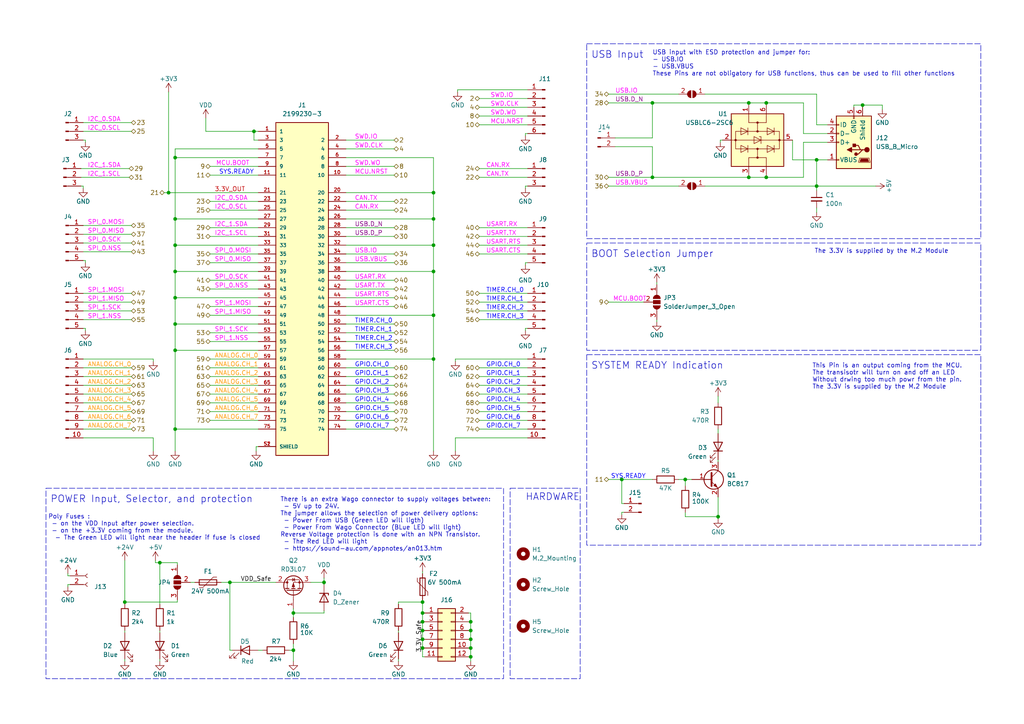
<source format=kicad_sch>
(kicad_sch (version 20230121) (generator eeschema)

  (uuid 287620b2-f802-47cb-a274-5e5f67182a6f)

  (paper "A4")

  

  (junction (at 50.8 45.72) (diameter 0) (color 0 0 0 0)
    (uuid 02ecf35b-a1e5-40d3-8c8d-ac0dc70fbadb)
  )
  (junction (at 125.73 104.14) (diameter 0) (color 0 0 0 0)
    (uuid 03bc5941-05f3-4412-8b04-a8db948940ff)
  )
  (junction (at 50.8 63.5) (diameter 0) (color 0 0 0 0)
    (uuid 06fe3394-a233-4c52-bcea-b483339363e4)
  )
  (junction (at 122.555 182.88) (diameter 0) (color 0 0 0 0)
    (uuid 08f98dad-34a5-43e8-96ba-f9dff0575b59)
  )
  (junction (at 122.555 174.625) (diameter 0) (color 0 0 0 0)
    (uuid 0dd02f93-c5db-431a-b3b7-fb3083267c57)
  )
  (junction (at 189.23 51.435) (diameter 0) (color 0 0 0 0)
    (uuid 0ef44d84-7769-41b2-ab50-9f9f9b01e6c9)
  )
  (junction (at 122.555 177.8) (diameter 0) (color 0 0 0 0)
    (uuid 0f546221-d9ee-4c6a-a7ce-22385c1a650b)
  )
  (junction (at 46.355 163.195) (diameter 0) (color 0 0 0 0)
    (uuid 20495e46-fe07-4180-ac70-4e3fa92c358c)
  )
  (junction (at 48.895 55.88) (diameter 0) (color 0 0 0 0)
    (uuid 293aa84c-631c-4d9c-8a38-13a0df55abd3)
  )
  (junction (at 73.66 38.1) (diameter 0) (color 0 0 0 0)
    (uuid 3043f436-3953-4e51-a08f-0aaa02455e61)
  )
  (junction (at 125.73 71.12) (diameter 0) (color 0 0 0 0)
    (uuid 34752695-2ac1-415a-9dc2-4ded0f275e14)
  )
  (junction (at 136.525 190.5) (diameter 0) (color 0 0 0 0)
    (uuid 36ef5a32-813e-48a2-96b4-abcdb9bac9fa)
  )
  (junction (at 125.73 55.88) (diameter 0) (color 0 0 0 0)
    (uuid 3bec3d87-8510-4cfa-a69f-fbb5aaeccd8c)
  )
  (junction (at 50.8 101.6) (diameter 0) (color 0 0 0 0)
    (uuid 3d481e76-07af-4dd3-807c-b16d018f1d17)
  )
  (junction (at 222.25 51.435) (diameter 0) (color 0 0 0 0)
    (uuid 3e645efa-4af2-4ede-8262-16f5d3f255d8)
  )
  (junction (at 222.25 29.845) (diameter 0) (color 0 0 0 0)
    (uuid 4004faa3-e2f3-474c-a6c7-b1627b9994a6)
  )
  (junction (at 180.34 139.065) (diameter 0) (color 0 0 0 0)
    (uuid 418e635c-52f4-4e9a-917a-7f1cdbbcbd2c)
  )
  (junction (at 50.8 86.36) (diameter 0) (color 0 0 0 0)
    (uuid 4352cf60-6469-444f-8349-8082f16459fe)
  )
  (junction (at 136.525 187.96) (diameter 0) (color 0 0 0 0)
    (uuid 507b5b56-ad08-42e0-9586-c51519115183)
  )
  (junction (at 122.555 180.34) (diameter 0) (color 0 0 0 0)
    (uuid 598ba84a-719a-4d13-b82c-51c3f5ce0e27)
  )
  (junction (at 236.855 53.975) (diameter 0) (color 0 0 0 0)
    (uuid 6b5a593a-62f0-4834-9062-e50ca03b8398)
  )
  (junction (at 136.525 180.34) (diameter 0) (color 0 0 0 0)
    (uuid 7706f26e-4d72-4078-9bde-1d0005fa9fba)
  )
  (junction (at 236.855 46.355) (diameter 0) (color 0 0 0 0)
    (uuid 7841f356-378d-4c54-887c-0a979560f2e2)
  )
  (junction (at 189.23 29.845) (diameter 0) (color 0 0 0 0)
    (uuid 7c456a9c-6910-4c1b-9528-80215188f882)
  )
  (junction (at 125.73 63.5) (diameter 0) (color 0 0 0 0)
    (uuid 7ec0ba63-fa47-446b-bd7f-627193492a6b)
  )
  (junction (at 122.555 187.96) (diameter 0) (color 0 0 0 0)
    (uuid 80200109-5f59-4c4c-a305-a11b9e1d6ce5)
  )
  (junction (at 136.525 182.88) (diameter 0) (color 0 0 0 0)
    (uuid 84e486f1-b64e-43bb-ba5b-c0397509b3c6)
  )
  (junction (at 66.675 168.91) (diameter 0) (color 0 0 0 0)
    (uuid 8aa59915-aafd-4d7f-a5e4-4671a499c0f2)
  )
  (junction (at 50.8 93.98) (diameter 0) (color 0 0 0 0)
    (uuid 91c3ea84-45a7-4646-afff-781e5ac51ebf)
  )
  (junction (at 250.19 30.48) (diameter 0) (color 0 0 0 0)
    (uuid 94a32192-2a66-45d5-ae4f-e4919b330132)
  )
  (junction (at 85.09 177.8) (diameter 0) (color 0 0 0 0)
    (uuid 96d7127e-cfa0-4c76-9e21-2033df738100)
  )
  (junction (at 50.8 124.46) (diameter 0) (color 0 0 0 0)
    (uuid 97ca8d98-7279-4c0e-abcf-fc977103a22d)
  )
  (junction (at 125.73 78.74) (diameter 0) (color 0 0 0 0)
    (uuid 9a352623-8792-499d-acbc-290230df7b6d)
  )
  (junction (at 198.755 139.065) (diameter 0) (color 0 0 0 0)
    (uuid a74e62fd-3ed5-48ba-9357-91eca1867cd2)
  )
  (junction (at 36.195 174.625) (diameter 0) (color 0 0 0 0)
    (uuid a793d5af-f2f6-444d-a2b6-8cabba34d764)
  )
  (junction (at 93.98 168.91) (diameter 0) (color 0 0 0 0)
    (uuid abbe31d0-678d-4f4e-b472-9a6c419da11e)
  )
  (junction (at 50.8 78.74) (diameter 0) (color 0 0 0 0)
    (uuid abd45592-8e80-41dc-b3e8-ffe221184035)
  )
  (junction (at 217.17 51.435) (diameter 0) (color 0 0 0 0)
    (uuid b26e8f3b-6061-46ad-a165-c8264aad0267)
  )
  (junction (at 217.17 29.845) (diameter 0) (color 0 0 0 0)
    (uuid bea6b3d4-c9ef-460a-af8b-174b848dabf3)
  )
  (junction (at 125.73 91.44) (diameter 0) (color 0 0 0 0)
    (uuid c21969e2-991d-4870-9a31-2f6f7316ac77)
  )
  (junction (at 85.09 188.595) (diameter 0) (color 0 0 0 0)
    (uuid eae1f8fe-f948-4a44-a3dd-607038614f58)
  )
  (junction (at 208.28 149.86) (diameter 0) (color 0 0 0 0)
    (uuid f0c99b94-a6db-422b-b809-6d6dca0b6787)
  )
  (junction (at 136.525 185.42) (diameter 0) (color 0 0 0 0)
    (uuid f3e4f201-1fe6-4fe6-84db-ade2bc667551)
  )
  (junction (at 122.555 185.42) (diameter 0) (color 0 0 0 0)
    (uuid fcf618bc-0493-4ed0-9287-788c6c156078)
  )
  (junction (at 50.8 71.12) (diameter 0) (color 0 0 0 0)
    (uuid ff97c671-ddc4-419b-bd49-a493d1c336a3)
  )

  (wire (pts (xy 60.96 104.14) (xy 74.93 104.14))
    (stroke (width 0) (type default))
    (uuid 011e3250-f6d4-4687-921c-8c60b5799e3e)
  )
  (wire (pts (xy 135.89 190.5) (xy 136.525 190.5))
    (stroke (width 0) (type default))
    (uuid 019ef88a-b2c6-46f5-8111-8b9a37b9de50)
  )
  (wire (pts (xy 74.93 50.8) (xy 60.96 50.8))
    (stroke (width 0) (type default))
    (uuid 01c2332f-5674-4c88-8fed-5299646e6a8f)
  )
  (wire (pts (xy 100.33 106.68) (xy 114.3 106.68))
    (stroke (width 0) (type default))
    (uuid 02f9dac9-f1c9-485e-8206-a38dc02cbd4b)
  )
  (wire (pts (xy 38.1 92.71) (xy 24.13 92.71))
    (stroke (width 0) (type default))
    (uuid 03298a09-0c72-4be4-9f34-5ba337db4d0b)
  )
  (wire (pts (xy 114.3 60.96) (xy 100.33 60.96))
    (stroke (width 0) (type default))
    (uuid 0361e746-83fe-488f-8db1-b2e68e18ffd9)
  )
  (wire (pts (xy 236.855 36.195) (xy 240.03 36.195))
    (stroke (width 0) (type default))
    (uuid 05f04341-0f0b-4cb7-b96e-840a9ffff12d)
  )
  (wire (pts (xy 60.96 119.38) (xy 74.93 119.38))
    (stroke (width 0) (type default))
    (uuid 0963f3da-568b-4476-8fac-3d3bc24fa944)
  )
  (wire (pts (xy 136.525 190.5) (xy 136.525 191.77))
    (stroke (width 0) (type default))
    (uuid 09aef8c7-4618-4b84-9d4f-a7cf68280e39)
  )
  (wire (pts (xy 180.975 148.59) (xy 180.34 148.59))
    (stroke (width 0) (type default))
    (uuid 0aa19b12-6810-4c22-bc70-66e94560caec)
  )
  (wire (pts (xy 189.23 51.435) (xy 217.17 51.435))
    (stroke (width 0) (type default))
    (uuid 0aa3e104-2b70-4ddb-b5b4-791a7b93e270)
  )
  (wire (pts (xy 100.33 111.76) (xy 114.3 111.76))
    (stroke (width 0) (type default))
    (uuid 0c8aeb49-266f-400f-8fe3-abd5619b9fb6)
  )
  (wire (pts (xy 125.73 104.14) (xy 125.73 130.81))
    (stroke (width 0) (type default))
    (uuid 0ce249f3-b26c-4ffb-873b-594b79199eae)
  )
  (wire (pts (xy 132.08 104.14) (xy 153.035 104.14))
    (stroke (width 0) (type default))
    (uuid 0f1fd879-aebe-4be8-be39-5fafefc151ab)
  )
  (wire (pts (xy 132.08 104.14) (xy 132.08 104.775))
    (stroke (width 0) (type default))
    (uuid 0f699d34-7ba8-4812-a2be-66cb8c111e3f)
  )
  (wire (pts (xy 136.525 185.42) (xy 136.525 187.96))
    (stroke (width 0) (type default))
    (uuid 0fb46bdc-45be-42a8-8d23-7493bd02c44c)
  )
  (wire (pts (xy 135.89 177.8) (xy 136.525 177.8))
    (stroke (width 0) (type default))
    (uuid 12f8c1d4-8900-49f7-b656-ef6e6bf5353e)
  )
  (wire (pts (xy 196.85 139.065) (xy 198.755 139.065))
    (stroke (width 0) (type default))
    (uuid 13d20911-783e-4933-b28d-d50cd857f7d3)
  )
  (wire (pts (xy 46.355 191.135) (xy 46.355 191.77))
    (stroke (width 0) (type default))
    (uuid 146c9300-d765-4c0f-9e77-3ba05af2ca49)
  )
  (wire (pts (xy 153.035 53.975) (xy 152.4 53.975))
    (stroke (width 0) (type default))
    (uuid 15564ff8-e5be-4627-a6d4-749e6b496656)
  )
  (wire (pts (xy 73.66 40.64) (xy 73.66 38.1))
    (stroke (width 0) (type default))
    (uuid 15b62b0e-9423-4235-90af-4ed58db275fa)
  )
  (wire (pts (xy 24.13 53.975) (xy 24.13 54.61))
    (stroke (width 0) (type default))
    (uuid 1b54f09a-a691-4f1a-a544-01541fb56bc3)
  )
  (wire (pts (xy 36.195 182.88) (xy 36.195 183.515))
    (stroke (width 0) (type default))
    (uuid 1b86ffe2-6a73-4d18-a576-701440de4bc3)
  )
  (wire (pts (xy 55.245 168.91) (xy 56.515 168.91))
    (stroke (width 0) (type default))
    (uuid 1df8407d-0c23-4f8f-81c6-6767e264c53e)
  )
  (wire (pts (xy 38.1 119.38) (xy 24.13 119.38))
    (stroke (width 0) (type default))
    (uuid 1e1d26f3-eb25-414c-9588-2bf8d74cbfa0)
  )
  (wire (pts (xy 51.435 174.625) (xy 51.435 173.99))
    (stroke (width 0) (type default))
    (uuid 1e50df7b-ab32-42a2-8b2b-b717241082d3)
  )
  (wire (pts (xy 125.73 71.12) (xy 125.73 78.74))
    (stroke (width 0) (type default))
    (uuid 1f7f1ac5-6555-4e20-bd35-4c5b3f14bfe9)
  )
  (wire (pts (xy 38.1 90.17) (xy 24.13 90.17))
    (stroke (width 0) (type default))
    (uuid 2054a7c5-37ff-4831-83f7-9588319911c6)
  )
  (wire (pts (xy 132.08 127) (xy 132.08 130.81))
    (stroke (width 0) (type default))
    (uuid 2075a02b-1d1e-4945-b8a7-b231a13301f5)
  )
  (wire (pts (xy 60.96 68.58) (xy 74.93 68.58))
    (stroke (width 0) (type default))
    (uuid 21702380-0196-47bc-93b7-3e0c1f2af8e9)
  )
  (wire (pts (xy 222.25 29.845) (xy 233.045 29.845))
    (stroke (width 0) (type default))
    (uuid 21c8be7e-6cae-406f-b763-34b617d474c3)
  )
  (wire (pts (xy 180.975 146.05) (xy 180.34 146.05))
    (stroke (width 0) (type default))
    (uuid 220cfc87-3eda-4775-8fcf-359eaa9d674c)
  )
  (wire (pts (xy 38.1 73.025) (xy 24.13 73.025))
    (stroke (width 0) (type default))
    (uuid 22198154-dfac-4aea-9e59-442190fe8013)
  )
  (wire (pts (xy 236.855 53.975) (xy 236.855 55.245))
    (stroke (width 0) (type default))
    (uuid 23a1d2ea-44f5-45a2-a7ff-01a0408b3954)
  )
  (wire (pts (xy 136.525 180.34) (xy 136.525 182.88))
    (stroke (width 0) (type default))
    (uuid 245f5549-6186-4d2e-84b2-de03cfde5b1b)
  )
  (wire (pts (xy 85.09 188.595) (xy 85.09 191.77))
    (stroke (width 0) (type default))
    (uuid 24959d74-d000-4b9f-a9ee-58248d7ddfb3)
  )
  (wire (pts (xy 115.57 191.135) (xy 115.57 191.77))
    (stroke (width 0) (type default))
    (uuid 24974ab0-dcff-4d97-8375-f7204fb78b5b)
  )
  (wire (pts (xy 208.28 144.145) (xy 208.28 149.86))
    (stroke (width 0) (type default))
    (uuid 250afa60-1ed3-47ec-bf4c-3cf44394b596)
  )
  (wire (pts (xy 139.065 28.575) (xy 153.035 28.575))
    (stroke (width 0) (type default))
    (uuid 25aae41b-1a1d-4080-bad6-afd58c0c7fc4)
  )
  (wire (pts (xy 152.4 53.975) (xy 152.4 54.61))
    (stroke (width 0) (type default))
    (uuid 25f5929f-8222-4afa-b440-fa3b692dc7e1)
  )
  (wire (pts (xy 190.5 81.915) (xy 190.5 82.55))
    (stroke (width 0) (type default))
    (uuid 26442d6f-bad6-4032-a444-c83b760186ae)
  )
  (wire (pts (xy 100.33 45.72) (xy 125.73 45.72))
    (stroke (width 0) (type default))
    (uuid 29648993-c0d0-4f20-8bd9-b15c5e7887c7)
  )
  (wire (pts (xy 38.1 111.76) (xy 24.13 111.76))
    (stroke (width 0) (type default))
    (uuid 29a61c64-d280-49aa-80c1-d568fa7ea9bf)
  )
  (wire (pts (xy 50.8 43.18) (xy 50.8 45.72))
    (stroke (width 0) (type default))
    (uuid 29bb8733-57e1-400b-bc12-2ecc3d174674)
  )
  (wire (pts (xy 100.33 116.84) (xy 114.3 116.84))
    (stroke (width 0) (type default))
    (uuid 2b745bc2-1f01-4d7a-b3b1-480ffbaad805)
  )
  (wire (pts (xy 93.98 168.91) (xy 93.98 169.545))
    (stroke (width 0) (type default))
    (uuid 2baff1c1-f9b3-4431-81d2-a4decbd052ee)
  )
  (wire (pts (xy 122.555 190.5) (xy 123.19 190.5))
    (stroke (width 0) (type default))
    (uuid 2cde49b2-f5e5-46c5-ae24-ad30dbbb2d30)
  )
  (wire (pts (xy 204.47 27.305) (xy 236.855 27.305))
    (stroke (width 0) (type default))
    (uuid 2e8ce219-d804-48cf-9800-0237a7602888)
  )
  (wire (pts (xy 236.855 53.975) (xy 254 53.975))
    (stroke (width 0) (type default))
    (uuid 2ee95ca4-ab52-41a4-8e21-d09e54b273b5)
  )
  (wire (pts (xy 60.96 91.44) (xy 74.93 91.44))
    (stroke (width 0) (type default))
    (uuid 3113253e-d79a-4142-879e-4fb5f8c4f58a)
  )
  (wire (pts (xy 125.73 55.88) (xy 125.73 63.5))
    (stroke (width 0) (type default))
    (uuid 31c74aee-70bd-416e-9d71-abe28dbfb5cb)
  )
  (wire (pts (xy 46.355 163.195) (xy 46.355 175.26))
    (stroke (width 0) (type default))
    (uuid 32b8cdb8-53e7-4554-9129-181ed798ae1b)
  )
  (wire (pts (xy 100.33 50.8) (xy 114.3 50.8))
    (stroke (width 0) (type default))
    (uuid 332ada6d-97a3-4845-967c-652cca8bc8de)
  )
  (wire (pts (xy 50.8 71.12) (xy 50.8 78.74))
    (stroke (width 0) (type default))
    (uuid 334efed1-9758-44d7-a913-dc2bdbdccbd2)
  )
  (wire (pts (xy 36.195 162.56) (xy 36.195 174.625))
    (stroke (width 0) (type default))
    (uuid 33f204bf-33a8-4495-8450-5b5570499451)
  )
  (wire (pts (xy 240.03 46.355) (xy 236.855 46.355))
    (stroke (width 0) (type default))
    (uuid 358eb85c-fa0e-48a3-a114-170d468a3493)
  )
  (wire (pts (xy 38.1 109.22) (xy 24.13 109.22))
    (stroke (width 0) (type default))
    (uuid 363c027e-ce00-40e7-9d21-763600344747)
  )
  (wire (pts (xy 153.035 68.58) (xy 139.065 68.58))
    (stroke (width 0) (type default))
    (uuid 383ea48f-3c13-4a68-86f8-fce8017e2071)
  )
  (wire (pts (xy 153.035 116.84) (xy 139.065 116.84))
    (stroke (width 0) (type default))
    (uuid 3aab8869-a5ca-40ad-ae24-a2a7e6d60325)
  )
  (wire (pts (xy 222.25 51.435) (xy 233.045 51.435))
    (stroke (width 0) (type default))
    (uuid 3c0cd147-af88-4634-8886-dad82eff90ba)
  )
  (wire (pts (xy 100.33 63.5) (xy 125.73 63.5))
    (stroke (width 0) (type default))
    (uuid 3c115bff-895c-413a-b636-2461f329f4f4)
  )
  (wire (pts (xy 189.23 29.845) (xy 189.23 40.005))
    (stroke (width 0) (type default))
    (uuid 3c9dc066-057e-4f03-9f4a-f69bd62867d2)
  )
  (wire (pts (xy 100.33 93.98) (xy 114.3 93.98))
    (stroke (width 0) (type default))
    (uuid 3d98142a-e621-4a8b-9146-03f84600a5fa)
  )
  (wire (pts (xy 100.33 43.18) (xy 114.3 43.18))
    (stroke (width 0) (type default))
    (uuid 3de22ed7-6a55-4a67-b033-913b409b3915)
  )
  (wire (pts (xy 198.755 148.59) (xy 198.755 149.86))
    (stroke (width 0) (type default))
    (uuid 40236ff2-c5ec-45b2-b252-0ffb13f15091)
  )
  (wire (pts (xy 217.17 50.8) (xy 217.17 51.435))
    (stroke (width 0) (type default))
    (uuid 410ca8f4-9297-40d8-838d-e601edbcf0a6)
  )
  (wire (pts (xy 153.035 111.76) (xy 139.065 111.76))
    (stroke (width 0) (type default))
    (uuid 439bcc6b-b6f7-472e-a993-0807494bd8d8)
  )
  (wire (pts (xy 74.295 130.81) (xy 74.295 129.54))
    (stroke (width 0) (type default))
    (uuid 43cc30a8-42c3-4c73-8e3a-a92121f00289)
  )
  (wire (pts (xy 59.69 38.1) (xy 73.66 38.1))
    (stroke (width 0) (type default))
    (uuid 43d955a2-2b54-43ff-b85c-e8f12589f7d3)
  )
  (wire (pts (xy 100.33 124.46) (xy 114.3 124.46))
    (stroke (width 0) (type default))
    (uuid 45457fee-be34-441f-85bc-53e56937cb03)
  )
  (wire (pts (xy 38.1 38.1) (xy 24.13 38.1))
    (stroke (width 0) (type default))
    (uuid 4758b580-88d1-4879-a5ae-25ae7a48b09b)
  )
  (wire (pts (xy 100.33 114.3) (xy 114.3 114.3))
    (stroke (width 0) (type default))
    (uuid 4767c9b5-ee51-4157-a5e2-113fd4dca322)
  )
  (wire (pts (xy 60.96 99.06) (xy 74.93 99.06))
    (stroke (width 0) (type default))
    (uuid 485a2793-0792-4ef0-8c25-4ffe976156dd)
  )
  (wire (pts (xy 122.555 180.34) (xy 122.555 182.88))
    (stroke (width 0) (type default))
    (uuid 48739cc9-3521-4ebe-af64-a9303bb84ee9)
  )
  (wire (pts (xy 24.765 75.565) (xy 24.765 76.2))
    (stroke (width 0) (type default))
    (uuid 4a323679-a8a9-4669-a935-e99f3ce8041f)
  )
  (wire (pts (xy 100.33 71.12) (xy 125.73 71.12))
    (stroke (width 0) (type default))
    (uuid 4b05c51b-8c57-4d41-835f-44809f295f8e)
  )
  (wire (pts (xy 93.98 167.64) (xy 93.98 168.91))
    (stroke (width 0) (type default))
    (uuid 4b1dfc27-fef4-4f14-80d3-64f1c0ba3926)
  )
  (wire (pts (xy 100.33 40.64) (xy 114.3 40.64))
    (stroke (width 0) (type default))
    (uuid 4b27c627-d9b1-4321-b85a-12a1464a3aa7)
  )
  (wire (pts (xy 217.17 29.845) (xy 222.25 29.845))
    (stroke (width 0) (type default))
    (uuid 4c51170a-5ec5-4c72-a3d9-c92770b9128d)
  )
  (wire (pts (xy 189.23 29.845) (xy 217.17 29.845))
    (stroke (width 0) (type default))
    (uuid 4c61615a-01e9-4bdb-91c6-181eb538db36)
  )
  (wire (pts (xy 250.19 30.48) (xy 255.905 30.48))
    (stroke (width 0) (type default))
    (uuid 4ef45e33-513a-4b8c-8264-cfe5498ed81e)
  )
  (wire (pts (xy 100.33 104.14) (xy 125.73 104.14))
    (stroke (width 0) (type default))
    (uuid 4f0084f5-e624-433c-bb4c-d43cb6a1ae4b)
  )
  (wire (pts (xy 198.755 139.065) (xy 198.755 140.97))
    (stroke (width 0) (type default))
    (uuid 4fcc4d9d-0808-4036-9405-bb758e274c46)
  )
  (wire (pts (xy 208.28 124.46) (xy 208.28 125.73))
    (stroke (width 0) (type default))
    (uuid 51cfa8f8-a9aa-402f-ad52-86f095e41c8c)
  )
  (wire (pts (xy 208.28 114.935) (xy 208.28 116.84))
    (stroke (width 0) (type default))
    (uuid 52c1766f-1950-43fb-97ff-75bef3a3de42)
  )
  (wire (pts (xy 60.96 66.04) (xy 74.93 66.04))
    (stroke (width 0) (type default))
    (uuid 54635a26-ce6f-4e63-808e-b170bd3d89cb)
  )
  (wire (pts (xy 255.905 30.48) (xy 255.905 31.75))
    (stroke (width 0) (type default))
    (uuid 54a8dec4-c4b6-45c8-9a08-e4a6d851a023)
  )
  (wire (pts (xy 24.13 104.14) (xy 44.45 104.14))
    (stroke (width 0) (type default))
    (uuid 569d62be-e839-4f5a-9916-afe304e6b6bb)
  )
  (wire (pts (xy 60.96 111.76) (xy 74.93 111.76))
    (stroke (width 0) (type default))
    (uuid 592dd281-1b1d-4343-95b5-a2566c61d871)
  )
  (wire (pts (xy 153.035 87.63) (xy 139.065 87.63))
    (stroke (width 0) (type default))
    (uuid 59e07091-5fd4-4d99-b9c7-5c6af1f34463)
  )
  (wire (pts (xy 38.1 124.46) (xy 24.13 124.46))
    (stroke (width 0) (type default))
    (uuid 5ab2dbe5-5c34-4af5-ac59-dded085d78c8)
  )
  (wire (pts (xy 37.465 48.895) (xy 23.495 48.895))
    (stroke (width 0) (type default))
    (uuid 5b09c0c1-9376-42da-9d1f-1a1c6f8bf6c6)
  )
  (wire (pts (xy 236.855 27.305) (xy 236.855 36.195))
    (stroke (width 0) (type default))
    (uuid 5b807b4c-fe54-414e-9f4c-77bd5493290e)
  )
  (wire (pts (xy 153.035 76.2) (xy 152.4 76.2))
    (stroke (width 0) (type default))
    (uuid 5ba8c6c3-28e9-4ea6-8d39-2a9298566a08)
  )
  (wire (pts (xy 66.675 168.91) (xy 80.01 168.91))
    (stroke (width 0) (type default))
    (uuid 5c3359e0-07f6-467a-851a-301a56fd14c7)
  )
  (wire (pts (xy 46.355 163.195) (xy 51.435 163.195))
    (stroke (width 0) (type default))
    (uuid 5c9f99fd-6dc8-4dd8-ac77-3d5bec931926)
  )
  (wire (pts (xy 45.085 163.195) (xy 45.085 162.56))
    (stroke (width 0) (type default))
    (uuid 5d6ed156-751c-4b7e-9272-17d344fa6785)
  )
  (wire (pts (xy 67.31 188.595) (xy 66.675 188.595))
    (stroke (width 0) (type default))
    (uuid 5d89cc90-cf73-4d02-8400-a24a26d1281b)
  )
  (wire (pts (xy 152.4 95.25) (xy 152.4 95.885))
    (stroke (width 0) (type default))
    (uuid 5d99f32e-2d67-4801-8be5-9aeb14aa7476)
  )
  (wire (pts (xy 135.89 180.34) (xy 136.525 180.34))
    (stroke (width 0) (type default))
    (uuid 5e50cec2-a357-4a88-bd0f-a568377ddb48)
  )
  (wire (pts (xy 100.33 91.44) (xy 125.73 91.44))
    (stroke (width 0) (type default))
    (uuid 5ef7576a-3a44-4f1d-b5b6-eb9cc42f489b)
  )
  (wire (pts (xy 24.13 95.25) (xy 24.765 95.25))
    (stroke (width 0) (type default))
    (uuid 603f699a-b811-4e58-b864-4d5ba9afb385)
  )
  (wire (pts (xy 176.53 29.845) (xy 189.23 29.845))
    (stroke (width 0) (type default))
    (uuid 61116c14-0a52-4472-ac95-1e5cb86ce95c)
  )
  (wire (pts (xy 19.685 167.005) (xy 20.32 167.005))
    (stroke (width 0) (type default))
    (uuid 6135e044-8906-4159-b552-37d283ea8911)
  )
  (wire (pts (xy 217.17 51.435) (xy 222.25 51.435))
    (stroke (width 0) (type default))
    (uuid 615dcc0b-ad3e-45cd-bf12-054f554bccb3)
  )
  (wire (pts (xy 48.895 26.67) (xy 48.895 55.88))
    (stroke (width 0) (type default))
    (uuid 61623cc0-6e3d-402a-ad67-722beb3040df)
  )
  (wire (pts (xy 19.685 166.37) (xy 19.685 167.005))
    (stroke (width 0) (type default))
    (uuid 6190747d-9771-461f-8718-128342967a26)
  )
  (wire (pts (xy 60.96 81.28) (xy 74.93 81.28))
    (stroke (width 0) (type default))
    (uuid 61c12dc6-60cb-455c-af00-21f87d6d89f7)
  )
  (wire (pts (xy 125.73 78.74) (xy 125.73 91.44))
    (stroke (width 0) (type default))
    (uuid 62ea4c6c-2573-4795-89a6-2103d747b094)
  )
  (wire (pts (xy 45.085 163.195) (xy 46.355 163.195))
    (stroke (width 0) (type default))
    (uuid 62ee8b4d-09e6-4167-9467-7c2fc9c0098e)
  )
  (wire (pts (xy 50.8 86.36) (xy 50.8 93.98))
    (stroke (width 0) (type default))
    (uuid 63cb2926-6ac4-486f-8063-aa111c381890)
  )
  (wire (pts (xy 47.625 55.88) (xy 48.895 55.88))
    (stroke (width 0) (type default))
    (uuid 653ac976-afa1-4e9f-a0df-6b4d94bc9be9)
  )
  (wire (pts (xy 176.53 139.065) (xy 180.34 139.065))
    (stroke (width 0) (type default))
    (uuid 6558c83b-b212-4528-abb6-a7a849be6c2d)
  )
  (wire (pts (xy 50.8 71.12) (xy 74.93 71.12))
    (stroke (width 0) (type default))
    (uuid 66231299-972c-4932-abf7-b8e03468d93d)
  )
  (wire (pts (xy 125.73 63.5) (xy 125.73 71.12))
    (stroke (width 0) (type default))
    (uuid 662adc3c-4e3e-487a-a94d-1d87c549d6bc)
  )
  (wire (pts (xy 50.8 93.98) (xy 74.93 93.98))
    (stroke (width 0) (type default))
    (uuid 6864d2ae-7d00-4bb0-9feb-566dae0854fd)
  )
  (wire (pts (xy 50.8 124.46) (xy 50.8 130.81))
    (stroke (width 0) (type default))
    (uuid 694d1013-d9ab-465f-b041-736a93b63119)
  )
  (wire (pts (xy 198.755 139.065) (xy 200.66 139.065))
    (stroke (width 0) (type default))
    (uuid 6bcffef1-c909-47f1-97b0-e370286d1258)
  )
  (wire (pts (xy 180.34 139.065) (xy 189.23 139.065))
    (stroke (width 0) (type default))
    (uuid 6ceb242e-df3f-489d-ae2a-a213a4961290)
  )
  (wire (pts (xy 93.98 177.165) (xy 93.98 177.8))
    (stroke (width 0) (type default))
    (uuid 6dbdcb34-e56e-449b-a9e5-dca44b1e58f0)
  )
  (wire (pts (xy 189.23 42.545) (xy 189.23 51.435))
    (stroke (width 0) (type default))
    (uuid 6e3042e4-567a-490a-8259-541e88b0e43e)
  )
  (wire (pts (xy 153.035 92.71) (xy 139.065 92.71))
    (stroke (width 0) (type default))
    (uuid 6f1dd8bb-abb7-4cf3-837b-c5934104d08a)
  )
  (wire (pts (xy 153.035 127) (xy 132.08 127))
    (stroke (width 0) (type default))
    (uuid 6f9c0381-3391-4875-9203-7d0d58b2529c)
  )
  (wire (pts (xy 36.195 174.625) (xy 36.195 175.26))
    (stroke (width 0) (type default))
    (uuid 70197a42-72c2-4b9c-a542-a8d54d3649af)
  )
  (wire (pts (xy 222.25 30.48) (xy 222.25 29.845))
    (stroke (width 0) (type default))
    (uuid 7123ca4c-e049-412b-b5b8-18144bbf5bc5)
  )
  (wire (pts (xy 152.4 95.25) (xy 153.035 95.25))
    (stroke (width 0) (type default))
    (uuid 71494463-96be-49bc-a065-cb70807a6415)
  )
  (wire (pts (xy 208.28 149.86) (xy 208.28 150.495))
    (stroke (width 0) (type default))
    (uuid 7165c0d5-3aaa-4804-a5df-c252c1a2e027)
  )
  (wire (pts (xy 60.96 116.84) (xy 74.93 116.84))
    (stroke (width 0) (type default))
    (uuid 72b550e3-6cf0-4884-8cda-127fab5a27e7)
  )
  (wire (pts (xy 139.065 51.435) (xy 153.035 51.435))
    (stroke (width 0) (type default))
    (uuid 72b94a65-0933-475f-959d-c4816786be11)
  )
  (wire (pts (xy 24.765 95.25) (xy 24.765 95.885))
    (stroke (width 0) (type default))
    (uuid 72dde731-ee9a-466e-992e-ade71c885451)
  )
  (wire (pts (xy 36.195 174.625) (xy 51.435 174.625))
    (stroke (width 0) (type default))
    (uuid 74030fd4-e21b-4a87-8dcd-004481e93c8e)
  )
  (wire (pts (xy 190.5 92.71) (xy 190.5 93.345))
    (stroke (width 0) (type default))
    (uuid 74f724c5-8288-413f-8be8-5793d136638e)
  )
  (wire (pts (xy 38.1 121.92) (xy 24.13 121.92))
    (stroke (width 0) (type default))
    (uuid 76004e54-08d5-456a-b434-78526d4bf1be)
  )
  (wire (pts (xy 233.045 41.275) (xy 233.045 51.435))
    (stroke (width 0) (type default))
    (uuid 76350a7e-0e18-49c2-a864-b076f6bd9a62)
  )
  (wire (pts (xy 76.2 188.595) (xy 74.93 188.595))
    (stroke (width 0) (type default))
    (uuid 7738efe0-cd6a-41ab-b2bd-d4647c93319e)
  )
  (wire (pts (xy 50.8 63.5) (xy 50.8 71.12))
    (stroke (width 0) (type default))
    (uuid 778df221-5bda-4080-8ab6-4eb0a028af68)
  )
  (wire (pts (xy 122.555 173.99) (xy 122.555 174.625))
    (stroke (width 0) (type default))
    (uuid 786d7dac-985a-499c-b0b3-d3fd4f327d3a)
  )
  (wire (pts (xy 60.96 109.22) (xy 74.93 109.22))
    (stroke (width 0) (type default))
    (uuid 7aa575ea-6119-436e-be1d-bce5c66040df)
  )
  (wire (pts (xy 60.96 114.3) (xy 74.93 114.3))
    (stroke (width 0) (type default))
    (uuid 7adf0946-a812-4196-bc14-c5c1a3bb9590)
  )
  (wire (pts (xy 38.1 35.56) (xy 24.13 35.56))
    (stroke (width 0) (type default))
    (uuid 7b1ca831-23e4-4eb7-babb-7a72f1300716)
  )
  (wire (pts (xy 38.1 67.945) (xy 24.13 67.945))
    (stroke (width 0) (type default))
    (uuid 7b6ccd53-7e79-43c0-88c9-a47212e2955f)
  )
  (wire (pts (xy 100.33 86.36) (xy 114.3 86.36))
    (stroke (width 0) (type default))
    (uuid 7c35dea6-a805-4f27-b559-f3674278e37a)
  )
  (wire (pts (xy 60.96 73.66) (xy 74.93 73.66))
    (stroke (width 0) (type default))
    (uuid 7cd9f779-2ea7-4515-9320-01bad5b22aca)
  )
  (wire (pts (xy 125.73 45.72) (xy 125.73 55.88))
    (stroke (width 0) (type default))
    (uuid 7d480a2c-d37a-4718-91ee-ca46f77bf4a9)
  )
  (wire (pts (xy 38.1 106.68) (xy 24.13 106.68))
    (stroke (width 0) (type default))
    (uuid 7e498420-9634-49cf-ab35-e51f10c4d2e6)
  )
  (wire (pts (xy 60.96 96.52) (xy 74.93 96.52))
    (stroke (width 0) (type default))
    (uuid 7fc9a325-804c-475b-a869-0a47abb02915)
  )
  (wire (pts (xy 178.435 42.545) (xy 189.23 42.545))
    (stroke (width 0) (type default))
    (uuid 801e317f-55fc-415e-8046-eb35b97ca783)
  )
  (wire (pts (xy 85.09 186.69) (xy 85.09 188.595))
    (stroke (width 0) (type default))
    (uuid 805b6128-ace2-46aa-8248-6b05982789a6)
  )
  (wire (pts (xy 178.435 40.005) (xy 189.23 40.005))
    (stroke (width 0) (type default))
    (uuid 810a7ee0-9c16-4c6e-a994-bab091667a61)
  )
  (wire (pts (xy 38.1 114.3) (xy 24.13 114.3))
    (stroke (width 0) (type default))
    (uuid 82c1608f-c654-474f-a291-f380460afb3f)
  )
  (wire (pts (xy 114.3 66.04) (xy 100.33 66.04))
    (stroke (width 0) (type default))
    (uuid 83f640e2-62ad-4357-a164-e03a4f71f676)
  )
  (wire (pts (xy 50.8 124.46) (xy 74.93 124.46))
    (stroke (width 0) (type default))
    (uuid 841e1656-3caf-4a67-92bd-5b865aa1b0c8)
  )
  (wire (pts (xy 85.09 176.53) (xy 85.09 177.8))
    (stroke (width 0) (type default))
    (uuid 848d1f46-a71f-43de-92bb-3ea830216459)
  )
  (wire (pts (xy 100.33 88.9) (xy 114.3 88.9))
    (stroke (width 0) (type default))
    (uuid 86da2412-4cee-45fe-9f80-82075ad816f9)
  )
  (wire (pts (xy 73.66 38.1) (xy 74.93 38.1))
    (stroke (width 0) (type default))
    (uuid 87026117-b8c0-4a06-8ccf-ee1ba0b1c2c2)
  )
  (wire (pts (xy 100.33 119.38) (xy 114.3 119.38))
    (stroke (width 0) (type default))
    (uuid 871d08cf-8bf5-4069-907d-294391320f64)
  )
  (wire (pts (xy 152.4 38.735) (xy 153.035 38.735))
    (stroke (width 0) (type default))
    (uuid 87295b09-fc1b-4c2d-bce0-18a4b1735aa5)
  )
  (wire (pts (xy 24.13 127) (xy 44.45 127))
    (stroke (width 0) (type default))
    (uuid 890cc931-5e27-4738-bf11-ce4909858e8f)
  )
  (wire (pts (xy 60.96 76.2) (xy 74.93 76.2))
    (stroke (width 0) (type default))
    (uuid 8971f495-ebba-497e-88c2-27686d61cd6d)
  )
  (wire (pts (xy 122.555 187.96) (xy 123.19 187.96))
    (stroke (width 0) (type default))
    (uuid 89f8f085-2c4a-4f91-b551-8ba89881cab2)
  )
  (wire (pts (xy 48.895 55.88) (xy 74.93 55.88))
    (stroke (width 0) (type default))
    (uuid 8b9cb721-4bc2-4fdf-94d8-1e89454ab79d)
  )
  (wire (pts (xy 135.89 185.42) (xy 136.525 185.42))
    (stroke (width 0) (type default))
    (uuid 8bf1a991-74ef-48d8-8150-e45a48c583ed)
  )
  (wire (pts (xy 46.355 182.88) (xy 46.355 183.515))
    (stroke (width 0) (type default))
    (uuid 8c6846b9-97e7-4695-b0af-fcf795e6aeb5)
  )
  (wire (pts (xy 85.09 177.8) (xy 85.09 179.07))
    (stroke (width 0) (type default))
    (uuid 8d8e0e3d-7ae0-4adb-a20f-72132eb9c9eb)
  )
  (wire (pts (xy 38.1 87.63) (xy 24.13 87.63))
    (stroke (width 0) (type default))
    (uuid 8d9ec40f-3af4-432e-9b41-2b5bd32e1bf7)
  )
  (wire (pts (xy 24.765 40.64) (xy 24.765 41.275))
    (stroke (width 0) (type default))
    (uuid 903d7890-3811-4959-9684-8595f7ce0bdf)
  )
  (wire (pts (xy 100.33 101.6) (xy 114.3 101.6))
    (stroke (width 0) (type default))
    (uuid 9068e7e9-5062-4627-8975-93bdd7ebc9dc)
  )
  (wire (pts (xy 233.045 29.845) (xy 233.045 38.735))
    (stroke (width 0) (type default))
    (uuid 906fb95c-020c-4995-bff3-1a9c560c88b3)
  )
  (wire (pts (xy 83.82 188.595) (xy 85.09 188.595))
    (stroke (width 0) (type default))
    (uuid 9113f399-7aa4-4dcd-b497-a2b34331cf08)
  )
  (wire (pts (xy 60.96 106.68) (xy 74.93 106.68))
    (stroke (width 0) (type default))
    (uuid 919ab852-da65-4e58-9a6b-73eaa121b02a)
  )
  (wire (pts (xy 60.96 83.82) (xy 74.93 83.82))
    (stroke (width 0) (type default))
    (uuid 93587ed0-00ea-48ef-a4b4-ddfac95febb6)
  )
  (wire (pts (xy 66.675 168.91) (xy 66.675 188.595))
    (stroke (width 0) (type default))
    (uuid 93b5b367-f9f0-4e10-9f40-d498e2c6a219)
  )
  (wire (pts (xy 229.87 46.355) (xy 229.87 40.64))
    (stroke (width 0) (type default))
    (uuid 99491061-ce97-4a2a-81bf-212787b00f48)
  )
  (wire (pts (xy 60.96 121.92) (xy 74.93 121.92))
    (stroke (width 0) (type default))
    (uuid 9a545196-3079-466a-9c2b-c8c792b1d6b8)
  )
  (wire (pts (xy 38.1 70.485) (xy 24.13 70.485))
    (stroke (width 0) (type default))
    (uuid 9aab6d06-f266-4b78-beaf-268112a61495)
  )
  (wire (pts (xy 50.8 93.98) (xy 50.8 101.6))
    (stroke (width 0) (type default))
    (uuid 9b0cf026-99c0-41bc-a9d2-be384e25f485)
  )
  (wire (pts (xy 38.1 65.405) (xy 24.13 65.405))
    (stroke (width 0) (type default))
    (uuid 9b677f5b-ad77-46e1-a5ff-0e1b222b7fd0)
  )
  (wire (pts (xy 176.53 51.435) (xy 189.23 51.435))
    (stroke (width 0) (type default))
    (uuid 9d67963d-09ba-4698-b45b-10f0e70bc7b3)
  )
  (wire (pts (xy 208.28 133.35) (xy 208.28 133.985))
    (stroke (width 0) (type default))
    (uuid 9e676b1a-3a15-4c7a-afa3-25d1d7bdeb5a)
  )
  (wire (pts (xy 136.525 182.88) (xy 136.525 185.42))
    (stroke (width 0) (type default))
    (uuid 9f5e8bbe-2a7b-4430-8b2e-2a5ead7b48e3)
  )
  (wire (pts (xy 50.8 78.74) (xy 50.8 86.36))
    (stroke (width 0) (type default))
    (uuid 9f6247a0-02cd-4bad-81cf-c767ebe45ffe)
  )
  (wire (pts (xy 44.45 127) (xy 44.45 130.81))
    (stroke (width 0) (type default))
    (uuid a0cb6d45-c797-488d-b879-9957771e9ee8)
  )
  (wire (pts (xy 122.555 182.88) (xy 122.555 185.42))
    (stroke (width 0) (type default))
    (uuid a0e7d710-574e-4c56-b489-38d29150b180)
  )
  (wire (pts (xy 93.98 177.8) (xy 85.09 177.8))
    (stroke (width 0) (type default))
    (uuid a249ac32-6867-40e7-942a-c39a99ecc9bf)
  )
  (wire (pts (xy 115.57 182.88) (xy 115.57 183.515))
    (stroke (width 0) (type default))
    (uuid a522c232-d4cb-40fe-8a81-d6d11f5835bc)
  )
  (wire (pts (xy 136.525 177.8) (xy 136.525 180.34))
    (stroke (width 0) (type default))
    (uuid a63f2e8f-34ce-4930-8ad5-57a9b25e10c2)
  )
  (wire (pts (xy 74.93 40.64) (xy 73.66 40.64))
    (stroke (width 0) (type default))
    (uuid a640b2a4-89b4-4484-b680-db021d6363a5)
  )
  (wire (pts (xy 122.555 165.735) (xy 122.555 166.37))
    (stroke (width 0) (type default))
    (uuid a65d4621-004d-47bc-9713-c038483de1aa)
  )
  (wire (pts (xy 153.035 106.68) (xy 139.065 106.68))
    (stroke (width 0) (type default))
    (uuid ac8b5386-9a3b-40f5-a7f2-6ed39153b800)
  )
  (wire (pts (xy 122.555 182.88) (xy 123.19 182.88))
    (stroke (width 0) (type default))
    (uuid acedf0cb-2578-4dd4-9444-937984419952)
  )
  (wire (pts (xy 198.755 149.86) (xy 208.28 149.86))
    (stroke (width 0) (type default))
    (uuid ad05f487-fbab-42a5-a549-4a988c33d42b)
  )
  (wire (pts (xy 139.065 36.195) (xy 153.035 36.195))
    (stroke (width 0) (type default))
    (uuid adeea043-2c29-47b1-a011-efcd4ffb55f7)
  )
  (wire (pts (xy 176.53 27.305) (xy 196.85 27.305))
    (stroke (width 0) (type default))
    (uuid af2c4bfd-af41-4210-8989-6d4265a85392)
  )
  (wire (pts (xy 50.8 101.6) (xy 74.93 101.6))
    (stroke (width 0) (type default))
    (uuid b1a88da0-1bda-429a-b185-28ae22736cde)
  )
  (wire (pts (xy 139.065 31.115) (xy 153.035 31.115))
    (stroke (width 0) (type default))
    (uuid b2be7b71-cfb6-4c8d-8aa2-608f7461fd67)
  )
  (wire (pts (xy 250.19 30.48) (xy 250.19 31.115))
    (stroke (width 0) (type default))
    (uuid b42610f6-4263-46fb-955c-4ea03c78583d)
  )
  (wire (pts (xy 60.96 58.42) (xy 74.93 58.42))
    (stroke (width 0) (type default))
    (uuid b4364004-39a5-4b58-8b03-e2d5aea5e005)
  )
  (wire (pts (xy 100.33 99.06) (xy 114.3 99.06))
    (stroke (width 0) (type default))
    (uuid b536c140-bdd1-4d75-803f-89b3db31b29c)
  )
  (wire (pts (xy 100.33 96.52) (xy 114.3 96.52))
    (stroke (width 0) (type default))
    (uuid b7de2bdf-fb88-46fc-b189-ee0917bf77cd)
  )
  (wire (pts (xy 114.3 58.42) (xy 100.33 58.42))
    (stroke (width 0) (type default))
    (uuid b82ec9a5-2acf-43ed-93eb-bd1cbc13601b)
  )
  (wire (pts (xy 50.8 101.6) (xy 50.8 124.46))
    (stroke (width 0) (type default))
    (uuid b995c8bf-56e8-4f38-9ba1-f2c86495eb4c)
  )
  (wire (pts (xy 50.8 45.72) (xy 74.93 45.72))
    (stroke (width 0) (type default))
    (uuid b9a18b48-6a04-45a4-a184-d69d5db579aa)
  )
  (wire (pts (xy 153.035 119.38) (xy 139.065 119.38))
    (stroke (width 0) (type default))
    (uuid b9fb83d4-5fd1-4a75-a80f-3c3f900aac91)
  )
  (wire (pts (xy 24.13 40.64) (xy 24.765 40.64))
    (stroke (width 0) (type default))
    (uuid bad8dd66-ca52-457f-af33-d0b5d78206d6)
  )
  (wire (pts (xy 153.035 85.09) (xy 139.065 85.09))
    (stroke (width 0) (type default))
    (uuid bb317e25-d22a-4253-93c4-e1bb3a4813f3)
  )
  (wire (pts (xy 100.33 48.26) (xy 114.3 48.26))
    (stroke (width 0) (type default))
    (uuid bb5ec5da-dc2f-4e1d-a748-cdae71937218)
  )
  (wire (pts (xy 38.1 85.09) (xy 24.13 85.09))
    (stroke (width 0) (type default))
    (uuid bb9beeb7-5383-49df-b22e-1b73d6811df1)
  )
  (wire (pts (xy 153.035 71.12) (xy 139.065 71.12))
    (stroke (width 0) (type default))
    (uuid be0c8d3a-0252-4425-89e3-cb23a351f17d)
  )
  (wire (pts (xy 51.435 163.195) (xy 51.435 163.83))
    (stroke (width 0) (type default))
    (uuid be38e5ee-929e-4c59-b11f-321656c233de)
  )
  (wire (pts (xy 122.555 177.8) (xy 122.555 180.34))
    (stroke (width 0) (type default))
    (uuid be43e6d4-833a-411f-901d-a501a66f9c13)
  )
  (wire (pts (xy 208.915 41.275) (xy 208.915 40.64))
    (stroke (width 0) (type default))
    (uuid bed981a1-01ab-47d0-a750-61418927ef53)
  )
  (wire (pts (xy 217.17 29.845) (xy 217.17 30.48))
    (stroke (width 0) (type default))
    (uuid c09b6b0f-8a86-417c-8627-1fb4bfa7e223)
  )
  (wire (pts (xy 132.715 26.035) (xy 153.035 26.035))
    (stroke (width 0) (type default))
    (uuid c199f0cb-c633-43bb-b792-9fd4b47519d2)
  )
  (wire (pts (xy 153.035 114.3) (xy 139.065 114.3))
    (stroke (width 0) (type default))
    (uuid c303c7a4-723b-45af-a769-103d6d6bee71)
  )
  (wire (pts (xy 135.89 187.96) (xy 136.525 187.96))
    (stroke (width 0) (type default))
    (uuid c347d57b-7ec6-4ac9-80b9-cd9e37098641)
  )
  (wire (pts (xy 114.3 68.58) (xy 100.33 68.58))
    (stroke (width 0) (type default))
    (uuid c3bcffa0-4c47-44a3-b370-54b2fdcfccaa)
  )
  (wire (pts (xy 64.135 168.91) (xy 66.675 168.91))
    (stroke (width 0) (type default))
    (uuid c52c0020-e13a-475c-a9f4-fc27b8a98531)
  )
  (wire (pts (xy 50.8 86.36) (xy 74.93 86.36))
    (stroke (width 0) (type default))
    (uuid c5b0f2c3-9e31-4b35-9076-067d70fd5bd7)
  )
  (wire (pts (xy 247.65 30.48) (xy 250.19 30.48))
    (stroke (width 0) (type default))
    (uuid c5c19f67-4041-4901-861c-7e495b224a29)
  )
  (wire (pts (xy 122.555 187.96) (xy 122.555 190.5))
    (stroke (width 0) (type default))
    (uuid ca441889-467d-482a-b78f-a7d1dbb2d214)
  )
  (wire (pts (xy 44.45 104.14) (xy 44.45 104.775))
    (stroke (width 0) (type default))
    (uuid cb8378b1-8d90-4030-8312-dcb5c0800bae)
  )
  (wire (pts (xy 233.045 41.275) (xy 240.03 41.275))
    (stroke (width 0) (type default))
    (uuid cc2a81ca-f531-41d8-aeb8-144beb706575)
  )
  (wire (pts (xy 50.8 45.72) (xy 50.8 63.5))
    (stroke (width 0) (type default))
    (uuid cc7ea262-62e0-44da-b70b-9bf3ba05ffdf)
  )
  (wire (pts (xy 132.715 26.67) (xy 132.715 26.035))
    (stroke (width 0) (type default))
    (uuid cdfd4a06-27ce-4f14-9a3e-d659572652da)
  )
  (wire (pts (xy 247.65 30.48) (xy 247.65 31.115))
    (stroke (width 0) (type default))
    (uuid cede707f-67ef-4281-89dc-5706a2910208)
  )
  (wire (pts (xy 114.3 76.2) (xy 100.33 76.2))
    (stroke (width 0) (type default))
    (uuid d072f4f5-30a0-4192-a5ab-188951d33e65)
  )
  (wire (pts (xy 153.035 90.17) (xy 139.065 90.17))
    (stroke (width 0) (type default))
    (uuid d1e34fe5-75a7-4013-aa95-96e46dac757a)
  )
  (wire (pts (xy 19.685 169.545) (xy 20.32 169.545))
    (stroke (width 0) (type default))
    (uuid d20d533b-397e-408a-9bda-dca28ac3c0cf)
  )
  (wire (pts (xy 176.53 53.975) (xy 196.85 53.975))
    (stroke (width 0) (type default))
    (uuid d38834ba-79a8-42b0-b8c8-39d4e12bb580)
  )
  (wire (pts (xy 152.4 39.37) (xy 152.4 38.735))
    (stroke (width 0) (type default))
    (uuid d4168af4-231f-4d7f-b390-0feed1c177eb)
  )
  (wire (pts (xy 139.065 33.655) (xy 153.035 33.655))
    (stroke (width 0) (type default))
    (uuid d60c757f-3bef-48a2-927c-2ba33ece0184)
  )
  (wire (pts (xy 50.8 78.74) (xy 74.93 78.74))
    (stroke (width 0) (type default))
    (uuid d6428f6d-0151-4c0c-ac4c-df9ae397b770)
  )
  (wire (pts (xy 135.89 182.88) (xy 136.525 182.88))
    (stroke (width 0) (type default))
    (uuid d6a0f9d3-caa4-4721-8503-4dd8725bcd18)
  )
  (wire (pts (xy 100.33 83.82) (xy 114.3 83.82))
    (stroke (width 0) (type default))
    (uuid dab2c878-245a-47ae-b6c0-c7f73fcd1323)
  )
  (wire (pts (xy 24.13 75.565) (xy 24.765 75.565))
    (stroke (width 0) (type default))
    (uuid db073d6e-b380-43c8-8534-e784c71ce1f0)
  )
  (wire (pts (xy 153.035 66.04) (xy 139.065 66.04))
    (stroke (width 0) (type default))
    (uuid db7b9840-a929-4f3f-a5ad-2a57beb557f0)
  )
  (wire (pts (xy 115.57 174.625) (xy 122.555 174.625))
    (stroke (width 0) (type default))
    (uuid dc20b571-5012-4c20-9240-4c3741ced4c6)
  )
  (wire (pts (xy 136.525 187.96) (xy 136.525 190.5))
    (stroke (width 0) (type default))
    (uuid dc22bfb0-014e-446e-893b-92c7a1ceab30)
  )
  (wire (pts (xy 100.33 81.28) (xy 114.3 81.28))
    (stroke (width 0) (type default))
    (uuid dc99f7f9-0101-4f6a-8a9b-2d022416cffc)
  )
  (wire (pts (xy 153.035 73.66) (xy 139.065 73.66))
    (stroke (width 0) (type default))
    (uuid dcb092a1-f113-49e1-83bf-7b1de632e372)
  )
  (wire (pts (xy 180.34 148.59) (xy 180.34 149.225))
    (stroke (width 0) (type default))
    (uuid dcb47152-e930-41a5-aa8d-808f34839b54)
  )
  (wire (pts (xy 60.96 88.9) (xy 74.93 88.9))
    (stroke (width 0) (type default))
    (uuid dcb7a23a-a0a5-49c7-892d-14fbd9bf59b4)
  )
  (wire (pts (xy 236.855 46.355) (xy 229.87 46.355))
    (stroke (width 0) (type default))
    (uuid deccb830-66ff-4a5d-a971-a869e7c5400d)
  )
  (wire (pts (xy 74.295 129.54) (xy 74.93 129.54))
    (stroke (width 0) (type default))
    (uuid dfb24d20-73b3-4559-9d33-df29f1794704)
  )
  (wire (pts (xy 152.4 76.2) (xy 152.4 76.835))
    (stroke (width 0) (type default))
    (uuid e044d770-b4b3-462f-8eac-8ec89630c58f)
  )
  (wire (pts (xy 114.3 73.66) (xy 100.33 73.66))
    (stroke (width 0) (type default))
    (uuid e04ff192-eda5-41f3-8b3c-5040089378b0)
  )
  (wire (pts (xy 74.93 48.26) (xy 60.96 48.26))
    (stroke (width 0) (type default))
    (uuid e198277e-f557-459a-b00a-325cea313e12)
  )
  (wire (pts (xy 153.035 109.22) (xy 139.065 109.22))
    (stroke (width 0) (type default))
    (uuid e1ffb9e1-6d8d-40c7-b939-f0ef1c1c228f)
  )
  (wire (pts (xy 100.33 109.22) (xy 114.3 109.22))
    (stroke (width 0) (type default))
    (uuid e2216d5d-ea55-4b55-bb89-a97d67e0dfb7)
  )
  (wire (pts (xy 122.555 180.34) (xy 123.19 180.34))
    (stroke (width 0) (type default))
    (uuid e265dbd0-39b0-485a-ad71-48b2cbae95ed)
  )
  (wire (pts (xy 122.555 185.42) (xy 123.19 185.42))
    (stroke (width 0) (type default))
    (uuid e3ce3927-2206-4ab6-95f4-84a6167a9856)
  )
  (wire (pts (xy 36.195 191.135) (xy 36.195 191.77))
    (stroke (width 0) (type default))
    (uuid e46012c1-6645-4e35-b1d1-f67106b65055)
  )
  (wire (pts (xy 125.73 91.44) (xy 125.73 104.14))
    (stroke (width 0) (type default))
    (uuid e4e73e96-9741-4103-b02c-f92648b436f3)
  )
  (wire (pts (xy 122.555 174.625) (xy 122.555 177.8))
    (stroke (width 0) (type default))
    (uuid e50dbf60-95ee-447a-9063-92073e6676f9)
  )
  (wire (pts (xy 19.685 170.18) (xy 19.685 169.545))
    (stroke (width 0) (type default))
    (uuid e54c672b-ae3b-40aa-8bdd-dccab3686223)
  )
  (wire (pts (xy 50.8 63.5) (xy 74.93 63.5))
    (stroke (width 0) (type default))
    (uuid e801b33a-1971-4f7f-a169-31ff1241dbf7)
  )
  (wire (pts (xy 153.035 124.46) (xy 139.065 124.46))
    (stroke (width 0) (type default))
    (uuid e9176d84-4324-4fac-b742-65bb0238c9f7)
  )
  (wire (pts (xy 60.96 60.96) (xy 74.93 60.96))
    (stroke (width 0) (type default))
    (uuid ea8282f8-5c55-49f5-8dff-d6bb9c020017)
  )
  (wire (pts (xy 23.495 53.975) (xy 24.13 53.975))
    (stroke (width 0) (type default))
    (uuid ea988b1f-36a0-4b38-b8c9-c29d43501ec8)
  )
  (wire (pts (xy 100.33 55.88) (xy 125.73 55.88))
    (stroke (width 0) (type default))
    (uuid ead1805d-7bb7-4ea2-9299-6a62e0a9c7dc)
  )
  (wire (pts (xy 122.555 185.42) (xy 122.555 187.96))
    (stroke (width 0) (type default))
    (uuid eb0775ca-6086-424c-aecb-454c0985a6c3)
  )
  (wire (pts (xy 153.035 121.92) (xy 139.065 121.92))
    (stroke (width 0) (type default))
    (uuid ebb9d26f-8526-439c-a843-3507875abbb4)
  )
  (wire (pts (xy 50.8 43.18) (xy 74.93 43.18))
    (stroke (width 0) (type default))
    (uuid ed163832-27b2-49d6-8b88-bfad0d82a469)
  )
  (wire (pts (xy 180.34 139.065) (xy 180.34 146.05))
    (stroke (width 0) (type default))
    (uuid ef92aa12-aad7-403b-b0f9-0a73988278d6)
  )
  (wire (pts (xy 222.25 50.8) (xy 222.25 51.435))
    (stroke (width 0) (type default))
    (uuid f139093f-636c-4504-a3d1-f110427b241e)
  )
  (wire (pts (xy 123.19 177.8) (xy 122.555 177.8))
    (stroke (width 0) (type default))
    (uuid f20453e9-ea36-497a-918d-2fddee1af9c9)
  )
  (wire (pts (xy 37.465 51.435) (xy 23.495 51.435))
    (stroke (width 0) (type default))
    (uuid f47b0efa-15ce-41cb-ae90-fc94c996587e)
  )
  (wire (pts (xy 236.855 60.325) (xy 236.855 61.595))
    (stroke (width 0) (type default))
    (uuid f5d085d8-17f3-4159-927a-3bdad6c0ae3c)
  )
  (wire (pts (xy 38.1 116.84) (xy 24.13 116.84))
    (stroke (width 0) (type default))
    (uuid f6933081-cc92-48b0-9b13-5adcb12ad0d9)
  )
  (wire (pts (xy 236.855 53.975) (xy 236.855 46.355))
    (stroke (width 0) (type default))
    (uuid f758171d-8bea-4c15-8bb8-614ea04962fb)
  )
  (wire (pts (xy 208.915 40.64) (xy 209.55 40.64))
    (stroke (width 0) (type default))
    (uuid f786ebe5-5acc-4a7e-a04c-f2a76e81d6f9)
  )
  (wire (pts (xy 100.33 121.92) (xy 114.3 121.92))
    (stroke (width 0) (type default))
    (uuid f7c7aa98-91c8-471b-b783-396d2e67894e)
  )
  (wire (pts (xy 139.065 48.895) (xy 153.035 48.895))
    (stroke (width 0) (type default))
    (uuid f86a2b2d-8a72-4bed-8860-4106ab4cff4f)
  )
  (wire (pts (xy 186.69 87.63) (xy 176.53 87.63))
    (stroke (width 0) (type default))
    (uuid fa423137-dc6c-4b67-bf11-4ecae659d9c8)
  )
  (wire (pts (xy 233.045 38.735) (xy 240.03 38.735))
    (stroke (width 0) (type default))
    (uuid fafb1181-6c58-4b85-b676-a56fe4cb48ae)
  )
  (wire (pts (xy 90.17 168.91) (xy 93.98 168.91))
    (stroke (width 0) (type default))
    (uuid fb3b13ae-f1a4-4acf-8c96-28d079f482cf)
  )
  (wire (pts (xy 204.47 53.975) (xy 236.855 53.975))
    (stroke (width 0) (type default))
    (uuid fc648b5c-e03b-45af-acb8-8f8c478744a1)
  )
  (wire (pts (xy 100.33 78.74) (xy 125.73 78.74))
    (stroke (width 0) (type default))
    (uuid fd0a3452-ecd4-4c27-9398-99fead62d9be)
  )
  (wire (pts (xy 115.57 175.26) (xy 115.57 174.625))
    (stroke (width 0) (type default))
    (uuid fd51708c-128f-4a81-9530-b15006a36ee2)
  )
  (wire (pts (xy 59.69 34.29) (xy 59.69 38.1))
    (stroke (width 0) (type default))
    (uuid ff4edb4a-ea2a-472a-bb0c-9d822de69b0f)
  )

  (rectangle (start 170.18 102.87) (end 284.48 158.115)
    (stroke (width 0.15) (type dash))
    (fill (type none))
    (uuid 0de6f42e-b93c-4ada-9ae8-35ddf3cb6d67)
  )
  (rectangle (start 13.335 141.605) (end 146.05 196.85)
    (stroke (width 0.15) (type dash))
    (fill (type none))
    (uuid 2316f8be-3356-4d1e-8d5f-90eba11fd865)
  )
  (rectangle (start 147.955 141.605) (end 168.275 196.85)
    (stroke (width 0.15) (type dash))
    (fill (type none))
    (uuid 2d2bec00-7a1a-4b21-8425-d730b31ff2a6)
  )
  (rectangle (start 170.18 12.7) (end 284.48 69.215)
    (stroke (width 0.15) (type dash))
    (fill (type none))
    (uuid 979cc051-6555-4858-8050-fa1286c88ec7)
  )
  (rectangle (start 170.18 70.485) (end 284.48 101.6)
    (stroke (width 0.15) (type dash))
    (fill (type none))
    (uuid db0d9746-708c-4887-a760-41091e00387a)
  )

  (text "USB Input" (at 171.45 17.145 0)
    (effects (font (size 2 2)) (justify left bottom))
    (uuid 2606b4fd-6ee0-4a82-841a-b2e3ff27123f)
  )
  (text "HARDWARE" (at 152.4 145.415 0)
    (effects (font (size 2 2)) (justify left bottom))
    (uuid 502b8205-bc81-4e12-97fb-7dab5f952df4)
  )
  (text "This Pin is an output coming from the MCU. \nThe transisotr will turn on and off an LED\nWithout drwing too much powr from the pin.\nThe 3.3V is supplied by the M.2 Module"
    (at 235.585 113.03 0)
    (effects (font (size 1.27 1.27)) (justify left bottom))
    (uuid 528f6a02-b7f7-4b9f-b8d2-d6465eee9a5d)
  )
  (text "BOOT Selection Jumper" (at 171.45 74.93 0)
    (effects (font (size 2 2)) (justify left bottom))
    (uuid 9a4a64f2-8bd6-47ea-8b53-22397f9fd5b1)
  )
  (text "The 3.3V is supplied by the M.2 Module" (at 236.22 73.66 0)
    (effects (font (size 1.27 1.27)) (justify left bottom))
    (uuid ab003369-edf2-41dc-8738-a177c681dfbf)
  )
  (text "POWER Input, Selector, and protection" (at 14.605 146.05 0)
    (effects (font (size 2 2)) (justify left bottom))
    (uuid ab636bea-ea42-4ad3-8cd8-8643a93d386a)
  )
  (text "Poly Fuses :\n - on the VDD Input after power selection.\n - on the +3.3V coming from the module.\n  - The Green LED will light near the header if fuse is closed"
    (at 13.97 156.845 0)
    (effects (font (size 1.27 1.27)) (justify left bottom))
    (uuid b8763f8d-92fa-4859-967b-4a0c170ddd66)
  )
  (text "USB input with ESD protection and jumper for: \n- USB.IO\n- USB.VBUS\nThese Pins are not obligatory for USB functions, thus can be used to fill other functions"
    (at 189.23 22.225 0)
    (effects (font (size 1.27 1.27)) (justify left bottom))
    (uuid bf5b5e2f-412a-45b0-af99-c91fab968274)
  )
  (text "There is an extra Wago connector to supply voltages between: \n - 5V up to 24V. \nThe jumper allows the selection of power delivery options: \n - Power From USB (Green LED will ligth)\n - Power From Wago Connector (BLue LED will light)\nReverse Voltage protection is done with an NPN Transistor.\n - The Red LED will light\n - https://sound-au.com/appnotes/an013.htm"
    (at 81.28 160.02 0)
    (effects (font (size 1.27 1.27)) (justify left bottom))
    (uuid cef1d281-b949-4bd5-98a9-841b685e4e77)
  )
  (text "SYSTEM READY Indication" (at 171.45 107.315 0)
    (effects (font (size 2 2)) (justify left bottom))
    (uuid fe6a11c2-3fa7-40a7-a3c8-7a5c00ddb6ad)
  )

  (label "ANALOG.CH_0" (at 25.4 106.68 0) (fields_autoplaced)
    (effects (font (size 1.27 1.27) (color 255 153 0 1)) (justify left bottom))
    (uuid 066670f6-f6d6-4dfb-bbcd-598ff2f51f00)
    (property "Netclass" "signal_analog" (at 25.4 107.95 0)
      (effects (font (size 1.27 1.27) italic) (justify left) hide)
    )
  )
  (label "GPIO.CH_0" (at 102.87 106.68 0) (fields_autoplaced)
    (effects (font (size 1.27 1.27) (color 0 0 255 1)) (justify left bottom))
    (uuid 093fa253-4687-4d46-ba3b-a771de498386)
    (property "Netclass" "signal_gpio" (at 102.87 107.95 0)
      (effects (font (size 1.27 1.27) italic) (justify left) hide)
    )
  )
  (label "ANALOG.CH_5" (at 25.4 119.38 0) (fields_autoplaced)
    (effects (font (size 1.27 1.27) (color 255 153 0 1)) (justify left bottom))
    (uuid 0a3b62a4-02cd-428d-a821-dd84e0d29a9d)
    (property "Netclass" "signal_analog" (at 25.4 120.65 0)
      (effects (font (size 1.27 1.27) italic) (justify left) hide)
    )
  )
  (label "ANALOG.CH_7" (at 25.4 124.46 0) (fields_autoplaced)
    (effects (font (size 1.27 1.27) (color 255 153 0 1)) (justify left bottom))
    (uuid 0bd95a80-13a5-4d76-8c78-e8268f06d298)
    (property "Netclass" "signal_analog" (at 25.4 125.73 0)
      (effects (font (size 1.27 1.27) italic) (justify left) hide)
    )
  )
  (label "GPIO.CH_4" (at 102.87 116.84 0) (fields_autoplaced)
    (effects (font (size 1.27 1.27) (color 0 0 255 1)) (justify left bottom))
    (uuid 0be61121-8ff0-42ea-9725-f2581a8481ba)
    (property "Netclass" "signal_gpio" (at 102.87 118.11 0)
      (effects (font (size 1.27 1.27) italic) (justify left) hide)
    )
  )
  (label "ANALOG.CH_6" (at 62.23 119.38 0) (fields_autoplaced)
    (effects (font (size 1.27 1.27) (color 255 153 0 1)) (justify left bottom))
    (uuid 0bed292b-6997-4de7-890d-43982620e100)
    (property "Netclass" "signal_analog" (at 62.23 120.65 0)
      (effects (font (size 1.27 1.27) italic) (justify left) hide)
    )
  )
  (label "SPI_1.SCK" (at 62.23 96.52 0) (fields_autoplaced)
    (effects (font (size 1.27 1.27) (color 255 0 255 1)) (justify left bottom))
    (uuid 0d7011f7-8c90-45f1-a3f7-c96116b39356)
    (property "Netclass" "signal_digital" (at 62.23 97.79 0)
      (effects (font (size 1.27 1.27) italic) (justify left) hide)
    )
  )
  (label "SWD.CLK" (at 142.24 31.115 0) (fields_autoplaced)
    (effects (font (size 1.27 1.27) (color 255 0 255 1)) (justify left bottom))
    (uuid 0d734128-e340-436d-9547-544faa420bf3)
    (property "Netclass" "signal_digital" (at 142.24 32.385 0)
      (effects (font (size 1.27 1.27) italic) (justify left) hide)
    )
  )
  (label "USART.RX" (at 102.87 81.28 0) (fields_autoplaced)
    (effects (font (size 1.27 1.27) (color 255 0 255 1)) (justify left bottom))
    (uuid 11ad5c38-6d55-4860-8809-968acc03774b)
    (property "Netclass" "signal_digital" (at 102.87 82.55 0)
      (effects (font (size 1.27 1.27) italic) (justify left) hide)
    )
  )
  (label "MCU.BOOT" (at 177.8 87.63 0) (fields_autoplaced)
    (effects (font (size 1.27 1.27) (color 255 0 255 1)) (justify left bottom))
    (uuid 12b2019c-fd11-462c-a812-f8c828fcad09)
    (property "Netclass" "signal_digital" (at 177.8 88.9 0)
      (effects (font (size 1.27 1.27) italic) (justify left) hide)
    )
  )
  (label "TIMER.CH_1" (at 140.97 87.63 0) (fields_autoplaced)
    (effects (font (size 1.27 1.27) (color 0 0 255 1)) (justify left bottom))
    (uuid 14172d76-62b9-474f-8339-fd8c5293060a)
    (property "Netclass" "signal_gpio" (at 140.97 88.9 0)
      (effects (font (size 1.27 1.27) italic) (justify left) hide)
    )
  )
  (label "SPI_1.MISO" (at 62.23 91.44 0) (fields_autoplaced)
    (effects (font (size 1.27 1.27) (color 255 0 255 1)) (justify left bottom))
    (uuid 15a158b3-16e9-4a88-9f2b-5842eb1e0619)
    (property "Netclass" "signal_digital" (at 62.23 92.71 0)
      (effects (font (size 1.27 1.27) italic) (justify left) hide)
    )
  )
  (label "SPI_0.MOSI" (at 25.4 65.405 0) (fields_autoplaced)
    (effects (font (size 1.27 1.27) (color 255 0 255 1)) (justify left bottom))
    (uuid 15b21978-f488-4ed6-b721-7ef794f630ce)
    (property "Netclass" "signal_digital" (at 25.4 66.675 0)
      (effects (font (size 1.27 1.27) italic) (justify left) hide)
    )
  )
  (label "SWD.CLK" (at 102.87 43.18 0) (fields_autoplaced)
    (effects (font (size 1.27 1.27) (color 255 0 255 1)) (justify left bottom))
    (uuid 16ce1b8b-13dd-4802-8fee-3a6e9eafadf3)
    (property "Netclass" "signal_digital" (at 102.87 44.45 0)
      (effects (font (size 1.27 1.27) italic) (justify left) hide)
    )
  )
  (label "CAN.TX" (at 102.87 58.42 0) (fields_autoplaced)
    (effects (font (size 1.27 1.27) (color 255 0 255 1)) (justify left bottom))
    (uuid 1ac73f11-42b5-46c5-9902-7ad9c5418993)
    (property "Netclass" "signal_digital" (at 102.87 59.69 0)
      (effects (font (size 1.27 1.27) italic) (justify left) hide)
    )
  )
  (label "3.3V_OUT" (at 62.23 55.88 0) (fields_autoplaced)
    (effects (font (size 1.27 1.27) (color 194 0 0 1)) (justify left bottom))
    (uuid 21cf61a1-2fef-4b59-b270-5f99a528fef2)
    (property "Netclass" "analog_power" (at 62.23 57.15 0)
      (effects (font (size 1.27 1.27) italic) (justify left) hide)
    )
  )
  (label "SPI_1.MISO" (at 25.4 87.63 0) (fields_autoplaced)
    (effects (font (size 1.27 1.27) (color 255 0 255 1)) (justify left bottom))
    (uuid 22851f9e-e50e-4726-8416-7aca601cc4cb)
    (property "Netclass" "signal_digital" (at 25.4 88.9 0)
      (effects (font (size 1.27 1.27) italic) (justify left) hide)
    )
  )
  (label "VDD_Safe" (at 78.74 168.91 180) (fields_autoplaced)
    (effects (font (size 1.27 1.27)) (justify right bottom))
    (uuid 2441b260-17a8-42ad-835b-80eebd641edd)
  )
  (label "I2C_0.SCL" (at 25.4 38.1 0) (fields_autoplaced)
    (effects (font (size 1.27 1.27) (color 255 0 255 1)) (justify left bottom))
    (uuid 27c3fbc5-f7eb-485d-bdf9-4a83730ce55f)
    (property "Netclass" "signal_digital" (at 25.4 39.37 0)
      (effects (font (size 1.27 1.27) italic) (justify left) hide)
    )
  )
  (label "ANALOG.CH_0" (at 62.23 104.14 0) (fields_autoplaced)
    (effects (font (size 1.27 1.27) (color 255 153 0 1)) (justify left bottom))
    (uuid 2926e5ce-dec2-4a88-a302-d3b995f7fb0b)
    (property "Netclass" "signal_analog" (at 62.23 105.41 0)
      (effects (font (size 1.27 1.27) italic) (justify left) hide)
    )
  )
  (label "SPI_0.SCK" (at 62.23 81.28 0) (fields_autoplaced)
    (effects (font (size 1.27 1.27) (color 255 0 255 1)) (justify left bottom))
    (uuid 29659149-9af5-4fe1-8af9-a58f96da9b6d)
    (property "Netclass" "signal_digital" (at 62.23 82.55 0)
      (effects (font (size 1.27 1.27) italic) (justify left) hide)
    )
  )
  (label "MCU.NRST" (at 142.24 36.195 0) (fields_autoplaced)
    (effects (font (size 1.27 1.27) (color 255 0 255 1)) (justify left bottom))
    (uuid 2a70a718-a3e1-4d22-961e-5f7dc3d1d729)
    (property "Netclass" "signal_digital" (at 142.24 37.465 0)
      (effects (font (size 1.27 1.27) italic) (justify left) hide)
    )
  )
  (label "SWD.IO" (at 142.24 28.575 0) (fields_autoplaced)
    (effects (font (size 1.27 1.27) (color 255 0 255 1)) (justify left bottom))
    (uuid 2ac690e6-dc4d-4b7b-94d7-6e3c9aa494b5)
    (property "Netclass" "signal_digital" (at 142.24 29.845 0)
      (effects (font (size 1.27 1.27) italic) (justify left) hide)
    )
  )
  (label "SPI_0.MISO" (at 62.23 76.2 0) (fields_autoplaced)
    (effects (font (size 1.27 1.27) (color 255 0 255 1)) (justify left bottom))
    (uuid 2c8831cf-728a-4859-a019-7dfc1792055c)
    (property "Netclass" "signal_digital" (at 62.23 77.47 0)
      (effects (font (size 1.27 1.27) italic) (justify left) hide)
    )
  )
  (label "ANALOG.CH_1" (at 25.4 109.22 0) (fields_autoplaced)
    (effects (font (size 1.27 1.27) (color 255 153 0 1)) (justify left bottom))
    (uuid 2d57ad26-9371-455b-982a-a29c7a765814)
    (property "Netclass" "signal_analog" (at 25.4 110.49 0)
      (effects (font (size 1.27 1.27) italic) (justify left) hide)
    )
  )
  (label "GPIO.CH_5" (at 140.97 119.38 0) (fields_autoplaced)
    (effects (font (size 1.27 1.27) (color 0 0 255 1)) (justify left bottom))
    (uuid 2e8fb015-1851-47b4-ab60-0fb509dc7084)
    (property "Netclass" "signal_gpio" (at 140.97 120.65 0)
      (effects (font (size 1.27 1.27) italic) (justify left) hide)
    )
  )
  (label "SPI_0.MISO" (at 25.4 67.945 0) (fields_autoplaced)
    (effects (font (size 1.27 1.27) (color 255 0 255 1)) (justify left bottom))
    (uuid 2f8ef59e-6010-43b4-a6e1-8072d2867d61)
    (property "Netclass" "signal_digital" (at 25.4 69.215 0)
      (effects (font (size 1.27 1.27) italic) (justify left) hide)
    )
  )
  (label "GPIO.CH_2" (at 102.87 111.76 0) (fields_autoplaced)
    (effects (font (size 1.27 1.27) (color 0 0 255 1)) (justify left bottom))
    (uuid 30cffbdc-fc0d-472a-bb3c-187e8e53a330)
    (property "Netclass" "signal_gpio" (at 102.87 113.03 0)
      (effects (font (size 1.27 1.27) italic) (justify left) hide)
    )
  )
  (label "USB.D_N" (at 178.435 29.845 0) (fields_autoplaced)
    (effects (font (size 1.27 1.27) (color 132 0 132 1)) (justify left bottom))
    (uuid 32476bae-b973-41cc-b164-c1387c6b2c6a)
    (property "Netclass" "signal_digital" (at 178.435 31.115 0)
      (effects (font (size 1.27 1.27) italic) (justify left) hide)
    )
  )
  (label "TIMER.CH_3" (at 140.97 92.71 0) (fields_autoplaced)
    (effects (font (size 1.27 1.27) (color 0 0 255 1)) (justify left bottom))
    (uuid 32bf4a37-0cf2-42cc-ae48-3488d1d54bbf)
    (property "Netclass" "signal_gpio" (at 140.97 93.98 0)
      (effects (font (size 1.27 1.27) italic) (justify left) hide)
    )
  )
  (label "SYS.READY" (at 63.5 50.8 0) (fields_autoplaced)
    (effects (font (size 1.27 1.27) (color 0 0 255 1)) (justify left bottom))
    (uuid 33477fa1-edbc-4264-b115-be5e11b6c56b)
    (property "Netclass" "signal_digital" (at 63.5 52.07 0)
      (effects (font (size 1.27 1.27) italic) (justify left) hide)
    )
  )
  (label "USART.RX" (at 140.97 66.04 0) (fields_autoplaced)
    (effects (font (size 1.27 1.27) (color 255 0 255 1)) (justify left bottom))
    (uuid 356cc6c1-bd9c-4c1d-8155-f324e1158f9d)
    (property "Netclass" "signal_digital" (at 140.97 67.31 0)
      (effects (font (size 1.27 1.27) italic) (justify left) hide)
    )
  )
  (label "ANALOG.CH_3" (at 25.4 114.3 0) (fields_autoplaced)
    (effects (font (size 1.27 1.27) (color 255 153 0 1)) (justify left bottom))
    (uuid 382a5745-9f5a-4e1e-830a-6c75af5f1595)
    (property "Netclass" "signal_analog" (at 25.4 115.57 0)
      (effects (font (size 1.27 1.27) italic) (justify left) hide)
    )
  )
  (label "USART.CTS" (at 102.87 88.9 0) (fields_autoplaced)
    (effects (font (size 1.27 1.27) (color 255 0 255 1)) (justify left bottom))
    (uuid 3c7bd8d7-d6fe-46ca-8809-2a12b3aea68d)
    (property "Netclass" "signal_digital" (at 102.87 90.17 0)
      (effects (font (size 1.27 1.27) italic) (justify left) hide)
    )
  )
  (label "GPIO.CH_0" (at 140.97 106.68 0) (fields_autoplaced)
    (effects (font (size 1.27 1.27) (color 0 0 255 1)) (justify left bottom))
    (uuid 3d5547ef-a8a3-4745-ac1e-fadde7390afc)
    (property "Netclass" "signal_gpio" (at 140.97 107.95 0)
      (effects (font (size 1.27 1.27) italic) (justify left) hide)
    )
  )
  (label "GPIO.CH_5" (at 102.87 119.38 0) (fields_autoplaced)
    (effects (font (size 1.27 1.27) (color 0 0 255 1)) (justify left bottom))
    (uuid 440b5109-cd6f-458f-870e-f064f965a2eb)
    (property "Netclass" "signal_gpio" (at 102.87 120.65 0)
      (effects (font (size 1.27 1.27) italic) (justify left) hide)
    )
  )
  (label "SPI_1.MOSI" (at 25.4 85.09 0) (fields_autoplaced)
    (effects (font (size 1.27 1.27) (color 255 0 255 1)) (justify left bottom))
    (uuid 478f2ea8-81a0-4e5b-98f2-bc55dacb19a0)
    (property "Netclass" "signal_digital" (at 25.4 86.36 0)
      (effects (font (size 1.27 1.27) italic) (justify left) hide)
    )
  )
  (label "ANALOG.CH_2" (at 62.23 109.22 0) (fields_autoplaced)
    (effects (font (size 1.27 1.27) (color 255 153 0 1)) (justify left bottom))
    (uuid 4a809353-1c7f-4877-b32b-2d19342a518d)
    (property "Netclass" "signal_analog" (at 62.23 110.49 0)
      (effects (font (size 1.27 1.27) italic) (justify left) hide)
    )
  )
  (label "USART.RTS" (at 102.87 86.36 0) (fields_autoplaced)
    (effects (font (size 1.27 1.27) (color 255 0 255 1)) (justify left bottom))
    (uuid 4b9dee5e-cd83-4a4f-ae90-5f7c593c18e8)
    (property "Netclass" "signal_digital" (at 102.87 87.63 0)
      (effects (font (size 1.27 1.27) italic) (justify left) hide)
    )
  )
  (label "SPI_0.NSS" (at 25.4 73.025 0) (fields_autoplaced)
    (effects (font (size 1.27 1.27) (color 255 0 255 1)) (justify left bottom))
    (uuid 4dc5140b-63a4-4101-a7ef-8a259d8fbbbe)
    (property "Netclass" "signal_digital" (at 25.4 74.295 0)
      (effects (font (size 1.27 1.27) italic) (justify left) hide)
    )
  )
  (label "GPIO.CH_7" (at 140.97 124.46 0) (fields_autoplaced)
    (effects (font (size 1.27 1.27) (color 0 0 255 1)) (justify left bottom))
    (uuid 4e150dc3-96aa-4ec1-914f-3fec4c6b84c5)
    (property "Netclass" "signal_gpio" (at 140.97 125.73 0)
      (effects (font (size 1.27 1.27) italic) (justify left) hide)
    )
  )
  (label "GPIO.CH_2" (at 140.97 111.76 0) (fields_autoplaced)
    (effects (font (size 1.27 1.27) (color 0 0 255 1)) (justify left bottom))
    (uuid 4f8cc951-6401-4fa4-ad28-b8b76bb5c223)
    (property "Netclass" "signal_gpio" (at 140.97 113.03 0)
      (effects (font (size 1.27 1.27) italic) (justify left) hide)
    )
  )
  (label "ANALOG.CH_4" (at 25.4 116.84 0) (fields_autoplaced)
    (effects (font (size 1.27 1.27) (color 255 153 0 1)) (justify left bottom))
    (uuid 5b774286-059a-4508-8d62-14d85f521ad3)
    (property "Netclass" "signal_analog" (at 25.4 118.11 0)
      (effects (font (size 1.27 1.27) italic) (justify left) hide)
    )
  )
  (label "USB.D_P" (at 102.87 68.58 0) (fields_autoplaced)
    (effects (font (size 1.27 1.27) (color 132 0 132 1)) (justify left bottom))
    (uuid 5e5e89a9-0d0f-4d21-9a7b-906687ae382e)
    (property "Netclass" "signal_digital" (at 102.87 69.85 0)
      (effects (font (size 1.27 1.27) italic) (justify left) hide)
    )
  )
  (label "I2C_0.SCL" (at 62.23 60.96 0) (fields_autoplaced)
    (effects (font (size 1.27 1.27) (color 255 0 255 1)) (justify left bottom))
    (uuid 612329e6-8498-495b-b77a-d84c3824a49d)
    (property "Netclass" "signal_digital" (at 62.23 62.23 0)
      (effects (font (size 1.27 1.27) italic) (justify left) hide)
    )
  )
  (label "MCU.NRST" (at 102.87 50.8 0) (fields_autoplaced)
    (effects (font (size 1.27 1.27) (color 255 0 255 1)) (justify left bottom))
    (uuid 64cd2d7c-f71b-4cbb-a33c-3cde33493e53)
    (property "Netclass" "signal_digital" (at 102.87 52.07 0)
      (effects (font (size 1.27 1.27) italic) (justify left) hide)
    )
  )
  (label "SWD.WO" (at 102.87 48.26 0) (fields_autoplaced)
    (effects (font (size 1.27 1.27) (color 255 0 255 1)) (justify left bottom))
    (uuid 659b3a0c-a4c5-433a-a9ab-b7e62a80b30d)
    (property "Netclass" "signal_digital" (at 102.87 49.53 0)
      (effects (font (size 1.27 1.27) italic) (justify left) hide)
    )
  )
  (label "SWD.IO" (at 102.87 40.64 0) (fields_autoplaced)
    (effects (font (size 1.27 1.27) (color 255 0 255 1)) (justify left bottom))
    (uuid 70ea48d4-7285-4ab7-8aa3-2135ae80e466)
    (property "Netclass" "signal_digital" (at 102.87 41.91 0)
      (effects (font (size 1.27 1.27) italic) (justify left) hide)
    )
  )
  (label "TIMER.CH_0" (at 140.97 85.09 0) (fields_autoplaced)
    (effects (font (size 1.27 1.27) (color 0 0 255 1)) (justify left bottom))
    (uuid 79132bd1-3682-497a-a604-7954376c89f0)
    (property "Netclass" "signal_gpio" (at 140.97 86.36 0)
      (effects (font (size 1.27 1.27) italic) (justify left) hide)
    )
  )
  (label "ANALOG.CH_3" (at 62.23 111.76 0) (fields_autoplaced)
    (effects (font (size 1.27 1.27) (color 255 153 0 1)) (justify left bottom))
    (uuid 7927811e-c9e8-4e49-a673-2de1a99b83ce)
    (property "Netclass" "signal_analog" (at 62.23 113.03 0)
      (effects (font (size 1.27 1.27) italic) (justify left) hide)
    )
  )
  (label "SPI_1.SCK" (at 25.4 90.17 0) (fields_autoplaced)
    (effects (font (size 1.27 1.27) (color 255 0 255 1)) (justify left bottom))
    (uuid 7a95946c-eba0-4ccb-8f85-e84baeb3fd22)
    (property "Netclass" "signal_digital" (at 25.4 91.44 0)
      (effects (font (size 1.27 1.27) italic) (justify left) hide)
    )
  )
  (label "MCU.BOOT" (at 72.39 48.26 180) (fields_autoplaced)
    (effects (font (size 1.27 1.27) (color 255 0 255 1)) (justify right bottom))
    (uuid 7adc70fc-23a9-4daf-bc18-f75f2cbbe576)
    (property "Netclass" "signal_digital" (at 72.39 49.53 0)
      (effects (font (size 1.27 1.27) italic) (justify right) hide)
    )
  )
  (label "USART.TX" (at 140.97 68.58 0) (fields_autoplaced)
    (effects (font (size 1.27 1.27) (color 255 0 255 1)) (justify left bottom))
    (uuid 7e6258bd-f19f-410a-8886-51a5a586c995)
    (property "Netclass" "signal_digital" (at 140.97 69.85 0)
      (effects (font (size 1.27 1.27) italic) (justify left) hide)
    )
  )
  (label "I2C_1.SCL" (at 25.4 51.435 0) (fields_autoplaced)
    (effects (font (size 1.27 1.27) (color 255 0 255 1)) (justify left bottom))
    (uuid 811e06af-28cc-4279-b680-49197ce9afe0)
    (property "Netclass" "signal_digital" (at 25.4 52.705 0)
      (effects (font (size 1.27 1.27) italic) (justify left) hide)
    )
  )
  (label "USB.D_N" (at 102.87 66.04 0) (fields_autoplaced)
    (effects (font (size 1.27 1.27) (color 132 0 132 1)) (justify left bottom))
    (uuid 81f97f0f-cf90-4c5b-81d5-e5805b054a58)
    (property "Netclass" "signal_digital" (at 102.87 67.31 0)
      (effects (font (size 1.27 1.27) italic) (justify left) hide)
    )
  )
  (label "GPIO.CH_1" (at 102.87 109.22 0) (fields_autoplaced)
    (effects (font (size 1.27 1.27) (color 0 0 255 1)) (justify left bottom))
    (uuid 86f6c410-0c25-42ae-a5bc-0c7e7bb33dae)
    (property "Netclass" "signal_gpio" (at 102.87 110.49 0)
      (effects (font (size 1.27 1.27) italic) (justify left) hide)
    )
  )
  (label "I2C_1.SCL" (at 62.23 68.58 0) (fields_autoplaced)
    (effects (font (size 1.27 1.27) (color 255 0 255 1)) (justify left bottom))
    (uuid 892bac33-3442-4887-8056-f76455e83c13)
    (property "Netclass" "signal_digital" (at 62.23 69.85 0)
      (effects (font (size 1.27 1.27) italic) (justify left) hide)
    )
  )
  (label "ANALOG.CH_5" (at 62.23 116.84 0) (fields_autoplaced)
    (effects (font (size 1.27 1.27) (color 255 153 0 1)) (justify left bottom))
    (uuid 8c2498db-1c05-4310-abd9-d9e3a90c1d23)
    (property "Netclass" "signal_analog" (at 62.23 118.11 0)
      (effects (font (size 1.27 1.27) italic) (justify left) hide)
    )
  )
  (label "TIMER.CH_0" (at 102.87 93.98 0) (fields_autoplaced)
    (effects (font (size 1.27 1.27) (color 0 0 255 1)) (justify left bottom))
    (uuid 8e317c92-3da9-489b-ad84-d40a51958407)
    (property "Netclass" "signal_gpio" (at 102.87 95.25 0)
      (effects (font (size 1.27 1.27) italic) (justify left) hide)
    )
  )
  (label "GPIO.CH_7" (at 102.87 124.46 0) (fields_autoplaced)
    (effects (font (size 1.27 1.27) (color 0 0 255 1)) (justify left bottom))
    (uuid 94941160-cb41-4d76-8977-3c7900496539)
    (property "Netclass" "signal_gpio" (at 102.87 125.73 0)
      (effects (font (size 1.27 1.27) italic) (justify left) hide)
    )
  )
  (label "CAN.TX" (at 140.97 51.435 0) (fields_autoplaced)
    (effects (font (size 1.27 1.27) (color 255 0 255 1)) (justify left bottom))
    (uuid 95bf5dcc-a43e-4070-946a-291ab8838db0)
    (property "Netclass" "signal_digital" (at 140.97 52.705 0)
      (effects (font (size 1.27 1.27) italic) (justify left) hide)
    )
  )
  (label "TIMER.CH_1" (at 102.87 96.52 0) (fields_autoplaced)
    (effects (font (size 1.27 1.27) (color 0 0 255 1)) (justify left bottom))
    (uuid 9f1462ae-eec8-4f43-94ec-75ad53fffc16)
    (property "Netclass" "signal_gpio" (at 102.87 97.79 0)
      (effects (font (size 1.27 1.27) italic) (justify left) hide)
    )
  )
  (label "CAN.RX" (at 140.97 48.895 0) (fields_autoplaced)
    (effects (font (size 1.27 1.27) (color 255 0 255 1)) (justify left bottom))
    (uuid a16a22fb-43cc-4b03-8026-d3dfc55e906c)
    (property "Netclass" "signal_digital" (at 140.97 50.165 0)
      (effects (font (size 1.27 1.27) italic) (justify left) hide)
    )
  )
  (label "3.3V_Safe" (at 122.555 189.23 90) (fields_autoplaced)
    (effects (font (size 1.27 1.27)) (justify left bottom))
    (uuid a41f1028-502d-447c-84de-60d61e6a318f)
  )
  (label "GPIO.CH_6" (at 102.87 121.92 0) (fields_autoplaced)
    (effects (font (size 1.27 1.27) (color 0 0 255 1)) (justify left bottom))
    (uuid a488f617-965b-493d-a311-04a09922cfa4)
    (property "Netclass" "signal_gpio" (at 102.87 123.19 0)
      (effects (font (size 1.27 1.27) italic) (justify left) hide)
    )
  )
  (label "SPI_0.SCK" (at 25.4 70.485 0) (fields_autoplaced)
    (effects (font (size 1.27 1.27) (color 255 0 255 1)) (justify left bottom))
    (uuid a4d50b0a-2bfa-49ad-aa36-e6f236aa6d7b)
    (property "Netclass" "signal_digital" (at 25.4 71.755 0)
      (effects (font (size 1.27 1.27) italic) (justify left) hide)
    )
  )
  (label "USART.TX" (at 102.87 83.82 0) (fields_autoplaced)
    (effects (font (size 1.27 1.27) (color 255 0 255 1)) (justify left bottom))
    (uuid a69dffa5-57cd-46c0-a14a-487f60bbc102)
    (property "Netclass" "signal_digital" (at 102.87 85.09 0)
      (effects (font (size 1.27 1.27) italic) (justify left) hide)
    )
  )
  (label "ANALOG.CH_7" (at 62.23 121.92 0) (fields_autoplaced)
    (effects (font (size 1.27 1.27) (color 255 153 0 1)) (justify left bottom))
    (uuid a701d196-8a32-4e81-8856-3429dd0f3565)
    (property "Netclass" "signal_analog" (at 62.23 123.19 0)
      (effects (font (size 1.27 1.27) italic) (justify left) hide)
    )
  )
  (label "I2C_0.SDA" (at 62.23 58.42 0) (fields_autoplaced)
    (effects (font (size 1.27 1.27) (color 255 0 255 1)) (justify left bottom))
    (uuid a78efa06-ea8e-4b8f-90de-cf9fa9f251b8)
    (property "Netclass" "signal_digital" (at 62.23 59.69 0)
      (effects (font (size 1.27 1.27) italic) (justify left) hide)
    )
  )
  (label "SPI_0.MOSI" (at 62.23 73.66 0) (fields_autoplaced)
    (effects (font (size 1.27 1.27) (color 255 0 255 1)) (justify left bottom))
    (uuid a9db3546-0584-47b5-8712-dbaedfd39663)
    (property "Netclass" "signal_digital" (at 62.23 74.93 0)
      (effects (font (size 1.27 1.27) italic) (justify left) hide)
    )
  )
  (label "GPIO.CH_1" (at 140.97 109.22 0) (fields_autoplaced)
    (effects (font (size 1.27 1.27) (color 0 0 255 1)) (justify left bottom))
    (uuid aaaedfc0-52b2-46ff-a937-2e07180bf6b1)
    (property "Netclass" "signal_gpio" (at 140.97 110.49 0)
      (effects (font (size 1.27 1.27) italic) (justify left) hide)
    )
  )
  (label "ANALOG.CH_2" (at 25.4 111.76 0) (fields_autoplaced)
    (effects (font (size 1.27 1.27) (color 255 153 0 1)) (justify left bottom))
    (uuid abc2aaa3-7f17-49b1-a246-7f831eea6c30)
    (property "Netclass" "signal_analog" (at 25.4 113.03 0)
      (effects (font (size 1.27 1.27) italic) (justify left) hide)
    )
  )
  (label "USB.VBUS" (at 178.435 53.975 0) (fields_autoplaced)
    (effects (font (size 1.27 1.27) (color 255 0 255 1)) (justify left bottom))
    (uuid aef0981b-8b1b-43f8-951d-06d859af3a2a)
    (property "Netclass" "signal_digital" (at 178.435 55.245 0)
      (effects (font (size 1.27 1.27) italic) (justify left) hide)
    )
  )
  (label "GPIO.CH_3" (at 102.87 114.3 0) (fields_autoplaced)
    (effects (font (size 1.27 1.27) (color 0 0 255 1)) (justify left bottom))
    (uuid bda3f2d3-9893-48e9-88bc-35a25101f203)
    (property "Netclass" "signal_gpio" (at 102.87 115.57 0)
      (effects (font (size 1.27 1.27) italic) (justify left) hide)
    )
  )
  (label "ANALOG.CH_6" (at 25.4 121.92 0) (fields_autoplaced)
    (effects (font (size 1.27 1.27) (color 255 153 0 1)) (justify left bottom))
    (uuid be29e81e-eb08-4e40-ae87-f2386e968c2e)
    (property "Netclass" "signal_analog" (at 25.4 123.19 0)
      (effects (font (size 1.27 1.27) italic) (justify left) hide)
    )
  )
  (label "USB.IO" (at 102.87 73.66 0) (fields_autoplaced)
    (effects (font (size 1.27 1.27) (color 255 0 255 1)) (justify left bottom))
    (uuid c107b3a0-721e-4c7c-a474-937d9f80ee11)
    (property "Netclass" "signal_digital" (at 102.87 74.93 0)
      (effects (font (size 1.27 1.27) italic) (justify left) hide)
    )
  )
  (label "SPI_1.NSS" (at 62.23 99.06 0) (fields_autoplaced)
    (effects (font (size 1.27 1.27) (color 255 0 255 1)) (justify left bottom))
    (uuid c1433d20-dadd-4348-9aa2-216e042d4b37)
    (property "Netclass" "signal_digital" (at 62.23 100.33 0)
      (effects (font (size 1.27 1.27) italic) (justify left) hide)
    )
  )
  (label "I2C_0.SDA" (at 25.4 35.56 0) (fields_autoplaced)
    (effects (font (size 1.27 1.27) (color 255 0 255 1)) (justify left bottom))
    (uuid ce959953-ab8a-4c6a-bd35-1f237eae1431)
    (property "Netclass" "signal_digital" (at 25.4 36.83 0)
      (effects (font (size 1.27 1.27) italic) (justify left) hide)
    )
  )
  (label "USART.RTS" (at 140.97 71.12 0) (fields_autoplaced)
    (effects (font (size 1.27 1.27) (color 255 0 255 1)) (justify left bottom))
    (uuid cfb4293d-e17e-46de-8b33-4a12e4c57bc9)
    (property "Netclass" "signal_digital" (at 140.97 72.39 0)
      (effects (font (size 1.27 1.27) italic) (justify left) hide)
    )
  )
  (label "GPIO.CH_4" (at 140.97 116.84 0) (fields_autoplaced)
    (effects (font (size 1.27 1.27) (color 0 0 255 1)) (justify left bottom))
    (uuid cffdbad6-2549-4496-bb82-cc4ea73214f5)
    (property "Netclass" "signal_gpio" (at 140.97 118.11 0)
      (effects (font (size 1.27 1.27) italic) (justify left) hide)
    )
  )
  (label "SWD.WO" (at 142.24 33.655 0) (fields_autoplaced)
    (effects (font (size 1.27 1.27) (color 255 0 255 1)) (justify left bottom))
    (uuid d2c66241-3cbf-463a-a4fc-8c61a781b9e5)
    (property "Netclass" "signal_digital" (at 142.24 34.925 0)
      (effects (font (size 1.27 1.27) italic) (justify left) hide)
    )
  )
  (label "TIMER.CH_2" (at 102.87 99.06 0) (fields_autoplaced)
    (effects (font (size 1.27 1.27) (color 0 0 255 1)) (justify left bottom))
    (uuid d3bd5cb4-7fda-4720-aab6-c76a73a89241)
    (property "Netclass" "signal_gpio" (at 102.87 100.33 0)
      (effects (font (size 1.27 1.27) italic) (justify left) hide)
    )
  )
  (label "TIMER.CH_3" (at 102.87 101.6 0) (fields_autoplaced)
    (effects (font (size 1.27 1.27) (color 0 0 255 1)) (justify left bottom))
    (uuid d6e72aa2-7505-4b08-87e6-1b4b28777ae9)
    (property "Netclass" "signal_gpio" (at 102.87 102.87 0)
      (effects (font (size 1.27 1.27) italic) (justify left) hide)
    )
  )
  (label "SPI_1.MOSI" (at 62.23 88.9 0) (fields_autoplaced)
    (effects (font (size 1.27 1.27) (color 255 0 255 1)) (justify left bottom))
    (uuid d78603ba-f267-4568-b359-22c7ee3258d9)
    (property "Netclass" "signal_digital" (at 62.23 90.17 0)
      (effects (font (size 1.27 1.27) italic) (justify left) hide)
    )
  )
  (label "SPI_1.NSS" (at 25.4 92.71 0) (fields_autoplaced)
    (effects (font (size 1.27 1.27) (color 255 0 255 1)) (justify left bottom))
    (uuid e06a482f-4468-47e7-b065-1c14bf141218)
    (property "Netclass" "signal_digital" (at 25.4 93.98 0)
      (effects (font (size 1.27 1.27) italic) (justify left) hide)
    )
  )
  (label "I2C_1.SDA" (at 25.4 48.895 0) (fields_autoplaced)
    (effects (font (size 1.27 1.27) (color 255 0 255 1)) (justify left bottom))
    (uuid e2d5a24c-0be4-494e-b3ae-6913c00ecac6)
    (property "Netclass" "signal_digital" (at 25.4 50.165 0)
      (effects (font (size 1.27 1.27) italic) (justify left) hide)
    )
  )
  (label "ANALOG.CH_4" (at 62.23 114.3 0) (fields_autoplaced)
    (effects (font (size 1.27 1.27) (color 255 153 0 1)) (justify left bottom))
    (uuid e99543ba-7c81-49a7-9e17-a3b1fe2ffbe5)
    (property "Netclass" "signal_analog" (at 62.23 115.57 0)
      (effects (font (size 1.27 1.27) italic) (justify left) hide)
    )
  )
  (label "I2C_1.SDA" (at 62.23 66.04 0) (fields_autoplaced)
    (effects (font (size 1.27 1.27) (color 255 0 255 1)) (justify left bottom))
    (uuid e9a100a6-8c75-4b57-8c61-51c2bff4af90)
    (property "Netclass" "signal_digital" (at 62.23 67.31 0)
      (effects (font (size 1.27 1.27) italic) (justify left) hide)
    )
  )
  (label "USB.VBUS" (at 102.87 76.2 0) (fields_autoplaced)
    (effects (font (size 1.27 1.27) (color 255 0 255 1)) (justify left bottom))
    (uuid e9db7515-2947-478c-a3a5-43a954c07173)
    (property "Netclass" "signal_digital" (at 102.87 77.47 0)
      (effects (font (size 1.27 1.27) italic) (justify left) hide)
    )
  )
  (label "USB.IO" (at 178.435 27.305 0) (fields_autoplaced)
    (effects (font (size 1.27 1.27) (color 255 0 255 1)) (justify left bottom))
    (uuid ea23d4aa-7f54-4b9f-96e4-e90bdfff8925)
    (property "Netclass" "signal_digital" (at 178.435 28.575 0)
      (effects (font (size 1.27 1.27) italic) (justify left) hide)
    )
  )
  (label "SPI_0.NSS" (at 62.23 83.82 0) (fields_autoplaced)
    (effects (font (size 1.27 1.27) (color 255 0 255 1)) (justify left bottom))
    (uuid eb084d5a-ad99-4b90-9961-045e94da9676)
    (property "Netclass" "signal_digital" (at 62.23 85.09 0)
      (effects (font (size 1.27 1.27) italic) (justify left) hide)
    )
  )
  (label "GPIO.CH_3" (at 140.97 114.3 0) (fields_autoplaced)
    (effects (font (size 1.27 1.27) (color 0 0 255 1)) (justify left bottom))
    (uuid ed5d32b4-f869-4bf2-b387-672568a57e92)
    (property "Netclass" "signal_gpio" (at 140.97 115.57 0)
      (effects (font (size 1.27 1.27) italic) (justify left) hide)
    )
  )
  (label "USB.D_P" (at 178.435 51.435 0) (fields_autoplaced)
    (effects (font (size 1.27 1.27) (color 132 0 132 1)) (justify left bottom))
    (uuid f228250f-bcc1-4729-bff4-5941a5721d09)
    (property "Netclass" "signal_digital" (at 178.435 52.705 0)
      (effects (font (size 1.27 1.27) italic) (justify left) hide)
    )
  )
  (label "ANALOG.CH_1" (at 62.23 106.68 0) (fields_autoplaced)
    (effects (font (size 1.27 1.27) (color 255 153 0 1)) (justify left bottom))
    (uuid f3be1825-4ff8-419d-9849-9f5e9dabb321)
    (property "Netclass" "signal_analog" (at 62.23 107.95 0)
      (effects (font (size 1.27 1.27) italic) (justify left) hide)
    )
  )
  (label "SYS.READY" (at 177.165 139.065 0) (fields_autoplaced)
    (effects (font (size 1.27 1.27) (color 0 0 255 1)) (justify left bottom))
    (uuid f5b796e1-5e58-4d1e-bd55-eb250aa751ef)
    (property "Netclass" "signal_digital" (at 177.165 140.335 0)
      (effects (font (size 1.27 1.27) italic) (justify left) hide)
    )
  )
  (label "TIMER.CH_2" (at 140.97 90.17 0) (fields_autoplaced)
    (effects (font (size 1.27 1.27) (color 0 0 255 1)) (justify left bottom))
    (uuid f93c9f9f-b196-4d71-b614-0ffbb29f33b7)
    (property "Netclass" "signal_gpio" (at 140.97 91.44 0)
      (effects (font (size 1.27 1.27) italic) (justify left) hide)
    )
  )
  (label "USART.CTS" (at 140.97 73.66 0) (fields_autoplaced)
    (effects (font (size 1.27 1.27) (color 255 0 255 1)) (justify left bottom))
    (uuid fe16a4f6-800d-482a-92c1-aa1b080cc5c8)
    (property "Netclass" "signal_digital" (at 140.97 74.93 0)
      (effects (font (size 1.27 1.27) italic) (justify left) hide)
    )
  )
  (label "GPIO.CH_6" (at 140.97 121.92 0) (fields_autoplaced)
    (effects (font (size 1.27 1.27) (color 0 0 255 1)) (justify left bottom))
    (uuid fee4eb56-0f15-444e-8098-2687a850244d)
    (property "Netclass" "signal_gpio" (at 140.97 123.19 0)
      (effects (font (size 1.27 1.27) italic) (justify left) hide)
    )
  )
  (label "CAN.RX" (at 102.87 60.96 0) (fields_autoplaced)
    (effects (font (size 1.27 1.27) (color 255 0 255 1)) (justify left bottom))
    (uuid ff22c21f-5455-4496-bd5f-c39b76205a16)
    (property "Netclass" "signal_digital" (at 102.87 62.23 0)
      (effects (font (size 1.27 1.27) italic) (justify left) hide)
    )
  )

  (hierarchical_label "43" (shape bidirectional) (at 38.1 73.025 0) (fields_autoplaced)
    (effects (font (size 1.27 1.27)) (justify left))
    (uuid 06542782-e9fe-43ca-8f09-0478f50fda1b)
  )
  (hierarchical_label "9" (shape bidirectional) (at 60.96 48.26 180) (fields_autoplaced)
    (effects (font (size 1.27 1.27)) (justify right))
    (uuid 06614c4d-69c6-496c-b4f9-2c4b3bf730b0)
  )
  (hierarchical_label "61" (shape bidirectional) (at 60.96 106.68 180) (fields_autoplaced)
    (effects (font (size 1.27 1.27)) (justify right))
    (uuid 0911a8e0-2be1-4bd9-9592-e2a115d645fd)
  )
  (hierarchical_label "63" (shape bidirectional) (at 38.1 111.76 0) (fields_autoplaced)
    (effects (font (size 1.27 1.27)) (justify left))
    (uuid 09ce7fa9-d68e-4910-8458-89d53d53c6eb)
  )
  (hierarchical_label "10" (shape bidirectional) (at 139.065 36.195 180) (fields_autoplaced)
    (effects (font (size 1.27 1.27)) (justify right))
    (uuid 0a798fdc-f794-45f5-af42-176cf42a56b7)
  )
  (hierarchical_label "41" (shape bidirectional) (at 60.96 81.28 180) (fields_autoplaced)
    (effects (font (size 1.27 1.27)) (justify right))
    (uuid 0ba45f98-2002-4c61-b1f2-8306bbead61e)
  )
  (hierarchical_label "70" (shape bidirectional) (at 139.065 119.38 180) (fields_autoplaced)
    (effects (font (size 1.27 1.27)) (justify right))
    (uuid 0d74543c-87a7-4578-a1bf-fcf27c33061e)
  )
  (hierarchical_label "59" (shape bidirectional) (at 60.96 104.14 180) (fields_autoplaced)
    (effects (font (size 1.27 1.27)) (justify right))
    (uuid 0ea411b0-6c7c-4193-a1da-e7244726b0c7)
  )
  (hierarchical_label "49" (shape bidirectional) (at 60.96 91.44 180) (fields_autoplaced)
    (effects (font (size 1.27 1.27)) (justify right))
    (uuid 0f1a809a-33c1-4ada-a81d-e599ce420751)
  )
  (hierarchical_label "67" (shape bidirectional) (at 38.1 116.84 0) (fields_autoplaced)
    (effects (font (size 1.27 1.27)) (justify left))
    (uuid 13a09690-c638-43f9-b12a-6f539dbe6281)
  )
  (hierarchical_label "73" (shape bidirectional) (at 60.96 121.92 180) (fields_autoplaced)
    (effects (font (size 1.27 1.27)) (justify right))
    (uuid 1dbd9eb7-eb0d-479f-aeaa-6336702d611c)
  )
  (hierarchical_label "40" (shape bidirectional) (at 114.3 81.28 0) (fields_autoplaced)
    (effects (font (size 1.27 1.27)) (justify left))
    (uuid 1ddb2077-1395-4940-bc33-ec570edb7c19)
  )
  (hierarchical_label "2" (shape bidirectional) (at 114.3 40.64 0) (fields_autoplaced)
    (effects (font (size 1.27 1.27)) (justify left))
    (uuid 27a3aa83-0ba5-4f8d-a9b6-d51f7d679dea)
  )
  (hierarchical_label "36" (shape bidirectional) (at 114.3 76.2 0) (fields_autoplaced)
    (effects (font (size 1.27 1.27)) (justify left))
    (uuid 2c60eddc-ec2a-4927-9128-99253e11b558)
  )
  (hierarchical_label "50" (shape bidirectional) (at 114.3 93.98 0) (fields_autoplaced)
    (effects (font (size 1.27 1.27)) (justify left))
    (uuid 2dd1c570-1376-44e2-90fa-a2648c451185)
  )
  (hierarchical_label "11" (shape bidirectional) (at 60.96 50.8 180) (fields_autoplaced)
    (effects (font (size 1.27 1.27)) (justify right))
    (uuid 2e55477c-e182-44a6-99e8-9f3fffcea63e)
  )
  (hierarchical_label "54" (shape bidirectional) (at 114.3 99.06 0) (fields_autoplaced)
    (effects (font (size 1.27 1.27)) (justify left))
    (uuid 30209064-487f-4e1f-b031-e790c1f49c9c)
  )
  (hierarchical_label "50" (shape bidirectional) (at 139.065 85.09 180) (fields_autoplaced)
    (effects (font (size 1.27 1.27)) (justify right))
    (uuid 30e54c76-8501-4f75-8f6e-e213513029a3)
  )
  (hierarchical_label "28" (shape bidirectional) (at 114.3 66.04 0) (fields_autoplaced)
    (effects (font (size 1.27 1.27)) (justify left))
    (uuid 30fa1cc8-3a43-4b9b-98d5-61ffa437600c)
  )
  (hierarchical_label "72" (shape bidirectional) (at 114.3 121.92 0) (fields_autoplaced)
    (effects (font (size 1.27 1.27)) (justify left))
    (uuid 37d2d639-44f0-4a57-be75-acc2216d83b8)
  )
  (hierarchical_label "65" (shape bidirectional) (at 60.96 111.76 180) (fields_autoplaced)
    (effects (font (size 1.27 1.27)) (justify right))
    (uuid 3a423fcd-92d5-437b-b600-55d85e7566db)
  )
  (hierarchical_label "55" (shape bidirectional) (at 60.96 99.06 180) (fields_autoplaced)
    (effects (font (size 1.27 1.27)) (justify right))
    (uuid 3ea0fc13-2cf2-43f1-aa78-23027de31f20)
  )
  (hierarchical_label "59" (shape bidirectional) (at 38.1 106.68 0) (fields_autoplaced)
    (effects (font (size 1.27 1.27)) (justify left))
    (uuid 40910f3c-459d-4353-8caf-9b3447945910)
  )
  (hierarchical_label "44" (shape bidirectional) (at 114.3 86.36 0) (fields_autoplaced)
    (effects (font (size 1.27 1.27)) (justify left))
    (uuid 464a5598-04b2-4926-a83e-96619274f8c5)
  )
  (hierarchical_label "65" (shape bidirectional) (at 38.1 114.3 0) (fields_autoplaced)
    (effects (font (size 1.27 1.27)) (justify left))
    (uuid 494adbdb-d7d6-49cf-a24c-0c848b9db604)
  )
  (hierarchical_label "69" (shape bidirectional) (at 60.96 116.84 180) (fields_autoplaced)
    (effects (font (size 1.27 1.27)) (justify right))
    (uuid 4ad5253c-3f1e-44f8-91e3-eea5c143782e)
  )
  (hierarchical_label "54" (shape bidirectional) (at 139.065 90.17 180) (fields_autoplaced)
    (effects (font (size 1.27 1.27)) (justify right))
    (uuid 4ce4d584-ee65-48fe-b112-12dff4665179)
  )
  (hierarchical_label "25" (shape bidirectional) (at 60.96 60.96 180) (fields_autoplaced)
    (effects (font (size 1.27 1.27)) (justify right))
    (uuid 4d5e3f3d-9d1c-4368-b095-f322cf04b71c)
  )
  (hierarchical_label "64" (shape bidirectional) (at 114.3 111.76 0) (fields_autoplaced)
    (effects (font (size 1.27 1.27)) (justify left))
    (uuid 4da50cb0-2dae-4543-8e0e-540341abd134)
  )
  (hierarchical_label "30" (shape bidirectional) (at 114.3 68.58 0) (fields_autoplaced)
    (effects (font (size 1.27 1.27)) (justify left))
    (uuid 4f56d137-5d42-46c6-bf09-9352d379fc17)
  )
  (hierarchical_label "10" (shape bidirectional) (at 114.3 50.8 0) (fields_autoplaced)
    (effects (font (size 1.27 1.27)) (justify left))
    (uuid 572955da-c354-4d38-83e1-b9882167aa72)
  )
  (hierarchical_label "63" (shape bidirectional) (at 60.96 109.22 180) (fields_autoplaced)
    (effects (font (size 1.27 1.27)) (justify right))
    (uuid 5c8f6e44-43c2-41af-b273-53ac56a23ba1)
  )
  (hierarchical_label "8" (shape bidirectional) (at 114.3 48.26 0) (fields_autoplaced)
    (effects (font (size 1.27 1.27)) (justify left))
    (uuid 5d1d2b13-1731-42c5-87fd-13651d9f36d5)
  )
  (hierarchical_label "29" (shape bidirectional) (at 37.465 48.895 0) (fields_autoplaced)
    (effects (font (size 1.27 1.27)) (justify left))
    (uuid 5f569932-e45d-40ac-a837-51fe0d5e702d)
  )
  (hierarchical_label "37" (shape bidirectional) (at 38.1 67.945 0) (fields_autoplaced)
    (effects (font (size 1.27 1.27)) (justify left))
    (uuid 60bcae03-bde3-46cb-91be-55ba5e237aff)
  )
  (hierarchical_label "74" (shape bidirectional) (at 114.3 124.46 0) (fields_autoplaced)
    (effects (font (size 1.27 1.27)) (justify left))
    (uuid 63035e75-912f-454f-9430-066183803307)
  )
  (hierarchical_label "46" (shape bidirectional) (at 114.3 88.9 0) (fields_autoplaced)
    (effects (font (size 1.27 1.27)) (justify left))
    (uuid 638f41b9-1189-49e8-b5c3-0c6e31543bd8)
  )
  (hierarchical_label "22" (shape bidirectional) (at 114.3 58.42 0) (fields_autoplaced)
    (effects (font (size 1.27 1.27)) (justify left))
    (uuid 6a66126c-651d-49cd-84e3-2cc305258eb2)
  )
  (hierarchical_label "25" (shape bidirectional) (at 38.1 38.1 0) (fields_autoplaced)
    (effects (font (size 1.27 1.27)) (justify left))
    (uuid 6ab8f0af-360a-4f74-bb31-e0393aa9a88d)
  )
  (hierarchical_label "42" (shape bidirectional) (at 139.065 68.58 180) (fields_autoplaced)
    (effects (font (size 1.27 1.27)) (justify right))
    (uuid 6c0662a5-c9d6-461c-ac79-6550a620f0d3)
  )
  (hierarchical_label "71" (shape bidirectional) (at 38.1 121.92 0) (fields_autoplaced)
    (effects (font (size 1.27 1.27)) (justify left))
    (uuid 6e0af52e-9fc6-44fc-9e91-b202f12dd276)
  )
  (hierarchical_label "31" (shape bidirectional) (at 37.465 51.435 0) (fields_autoplaced)
    (effects (font (size 1.27 1.27)) (justify left))
    (uuid 6f4d70c2-7585-46d1-ab43-e13d9ed2d931)
  )
  (hierarchical_label "8" (shape bidirectional) (at 139.065 33.655 180) (fields_autoplaced)
    (effects (font (size 1.27 1.27)) (justify right))
    (uuid 713e24c2-c438-4f98-9125-9759cdd57245)
  )
  (hierarchical_label "2" (shape bidirectional) (at 139.065 28.575 180) (fields_autoplaced)
    (effects (font (size 1.27 1.27)) (justify right))
    (uuid 76d37639-5acc-4d49-8182-f193ccf9e12a)
  )
  (hierarchical_label "68" (shape bidirectional) (at 139.065 116.84 180) (fields_autoplaced)
    (effects (font (size 1.27 1.27)) (justify right))
    (uuid 7b808667-0b44-481c-ba85-49a95397a484)
  )
  (hierarchical_label "46" (shape bidirectional) (at 139.065 73.66 180) (fields_autoplaced)
    (effects (font (size 1.27 1.27)) (justify right))
    (uuid 7d9cbd74-50aa-4f20-8f74-6a5b40e59fb6)
  )
  (hierarchical_label "4" (shape bidirectional) (at 114.3 43.18 0) (fields_autoplaced)
    (effects (font (size 1.27 1.27)) (justify left))
    (uuid 7fb46710-72f6-4ff2-873c-f6fc4a58aa3b)
  )
  (hierarchical_label "69" (shape bidirectional) (at 38.1 119.38 0) (fields_autoplaced)
    (effects (font (size 1.27 1.27)) (justify left))
    (uuid 8009879d-6514-4347-af4d-5ea55556d422)
  )
  (hierarchical_label "11" (shape bidirectional) (at 176.53 139.065 180) (fields_autoplaced)
    (effects (font (size 1.27 1.27)) (justify right))
    (uuid 8066eef9-8c48-4740-80b2-fb8ae5c430a1)
  )
  (hierarchical_label "23" (shape bidirectional) (at 38.1 35.56 0) (fields_autoplaced)
    (effects (font (size 1.27 1.27)) (justify left))
    (uuid 8759ce04-4237-4f5d-97f1-d4a1b6754b9c)
  )
  (hierarchical_label "64" (shape bidirectional) (at 139.065 111.76 180) (fields_autoplaced)
    (effects (font (size 1.27 1.27)) (justify right))
    (uuid 876fd3ac-0973-4116-b81c-d8d4079fb413)
  )
  (hierarchical_label "34" (shape bidirectional) (at 114.3 73.66 0) (fields_autoplaced)
    (effects (font (size 1.27 1.27)) (justify left))
    (uuid 8ddaa68a-7767-4f78-b186-373b3f7bd62d)
  )
  (hierarchical_label "73" (shape bidirectional) (at 38.1 124.46 0) (fields_autoplaced)
    (effects (font (size 1.27 1.27)) (justify left))
    (uuid 91dc62e9-c937-49fb-bf0b-26636204d073)
  )
  (hierarchical_label "53" (shape bidirectional) (at 60.96 96.52 180) (fields_autoplaced)
    (effects (font (size 1.27 1.27)) (justify right))
    (uuid 92f20dcf-5e41-4b5e-b7c8-374c334a24c8)
  )
  (hierarchical_label "24" (shape bidirectional) (at 114.3 60.96 0) (fields_autoplaced)
    (effects (font (size 1.27 1.27)) (justify left))
    (uuid 94e0dcbd-7fd6-43b4-8dd5-329168c17ab9)
  )
  (hierarchical_label "49" (shape bidirectional) (at 38.1 87.63 0) (fields_autoplaced)
    (effects (font (size 1.27 1.27)) (justify left))
    (uuid 9982a488-5851-4786-835c-4b6d39021bc1)
  )
  (hierarchical_label "35" (shape bidirectional) (at 60.96 73.66 180) (fields_autoplaced)
    (effects (font (size 1.27 1.27)) (justify right))
    (uuid 9c2bdc13-7566-46bb-8a63-8dc69f3a2308)
  )
  (hierarchical_label "55" (shape bidirectional) (at 38.1 92.71 0) (fields_autoplaced)
    (effects (font (size 1.27 1.27)) (justify left))
    (uuid 9e13793d-8797-4288-8c8d-f766a0959b8f)
  )
  (hierarchical_label "56" (shape bidirectional) (at 139.065 92.71 180) (fields_autoplaced)
    (effects (font (size 1.27 1.27)) (justify right))
    (uuid 9e62f546-0b88-4c5c-a0d0-3508bc3474eb)
  )
  (hierarchical_label "28" (shape bidirectional) (at 176.53 29.845 180) (fields_autoplaced)
    (effects (font (size 1.27 1.27)) (justify right))
    (uuid a4250c48-c634-4035-b6ec-d95b2ff565b3)
  )
  (hierarchical_label "67" (shape bidirectional) (at 60.96 114.3 180) (fields_autoplaced)
    (effects (font (size 1.27 1.27)) (justify right))
    (uuid a43784b0-5e7c-4aa0-bcb4-9b3d8836e0f1)
  )
  (hierarchical_label "62" (shape bidirectional) (at 139.065 109.22 180) (fields_autoplaced)
    (effects (font (size 1.27 1.27)) (justify right))
    (uuid a5aced2a-b9e4-4bc4-8df1-fe463f45e786)
  )
  (hierarchical_label "44" (shape bidirectional) (at 139.065 71.12 180) (fields_autoplaced)
    (effects (font (size 1.27 1.27)) (justify right))
    (uuid a7ad5c84-52e3-4c5e-947f-83c4cbb438b9)
  )
  (hierarchical_label "23" (shape bidirectional) (at 60.96 58.42 180) (fields_autoplaced)
    (effects (font (size 1.27 1.27)) (justify right))
    (uuid a9a6122c-04c2-49ce-9f99-7a4121a2e70b)
  )
  (hierarchical_label "30" (shape bidirectional) (at 176.53 51.435 180) (fields_autoplaced)
    (effects (font (size 1.27 1.27)) (justify right))
    (uuid ad660276-c39f-4973-a1bf-a26ce1b062cd)
  )
  (hierarchical_label "9" (shape bidirectional) (at 176.53 87.63 180) (fields_autoplaced)
    (effects (font (size 1.27 1.27)) (justify right))
    (uuid adc523c4-448c-4e21-9997-f6bf0e5c760d)
  )
  (hierarchical_label "52" (shape bidirectional) (at 114.3 96.52 0) (fields_autoplaced)
    (effects (font (size 1.27 1.27)) (justify left))
    (uuid b02e1160-4ca4-43ef-b5fc-4ecca62d437e)
  )
  (hierarchical_label "68" (shape bidirectional) (at 114.3 116.84 0) (fields_autoplaced)
    (effects (font (size 1.27 1.27)) (justify left))
    (uuid b61b0251-0b81-4388-8771-83f401f50874)
  )
  (hierarchical_label "34" (shape bidirectional) (at 176.53 27.305 180) (fields_autoplaced)
    (effects (font (size 1.27 1.27)) (justify right))
    (uuid b733a787-b9f3-470c-81d1-9a8ec4bfedcf)
  )
  (hierarchical_label "72" (shape bidirectional) (at 139.065 121.92 180) (fields_autoplaced)
    (effects (font (size 1.27 1.27)) (justify right))
    (uuid b8428b74-3d96-450c-9d71-0facda8b3b12)
  )
  (hierarchical_label "52" (shape bidirectional) (at 139.065 87.63 180) (fields_autoplaced)
    (effects (font (size 1.27 1.27)) (justify right))
    (uuid b8d2295d-214f-467b-9b15-a5a3229399a9)
  )
  (hierarchical_label "43" (shape bidirectional) (at 60.96 83.82 180) (fields_autoplaced)
    (effects (font (size 1.27 1.27)) (justify right))
    (uuid baea9cf3-21ed-470d-b6e0-4081ffbb30fd)
  )
  (hierarchical_label "62" (shape bidirectional) (at 114.3 109.22 0) (fields_autoplaced)
    (effects (font (size 1.27 1.27)) (justify left))
    (uuid bd088457-67f8-4d58-9e4e-ea2fa4bb0f08)
  )
  (hierarchical_label "24" (shape bidirectional) (at 139.065 48.895 180) (fields_autoplaced)
    (effects (font (size 1.27 1.27)) (justify right))
    (uuid bfb1acbf-3eef-46c2-9935-5a161d3d2f55)
  )
  (hierarchical_label "66" (shape bidirectional) (at 139.065 114.3 180) (fields_autoplaced)
    (effects (font (size 1.27 1.27)) (justify right))
    (uuid c16912a7-ef20-4324-8657-c7cb7cec1b14)
  )
  (hierarchical_label "53" (shape bidirectional) (at 38.1 90.17 0) (fields_autoplaced)
    (effects (font (size 1.27 1.27)) (justify left))
    (uuid ca814282-6222-404d-ab70-725d71fc35e4)
  )
  (hierarchical_label "29" (shape bidirectional) (at 60.96 66.04 180) (fields_autoplaced)
    (effects (font (size 1.27 1.27)) (justify right))
    (uuid cfc721b6-500d-4ee7-bf0d-eba0fc6b4bc7)
  )
  (hierarchical_label "42" (shape bidirectional) (at 114.3 83.82 0) (fields_autoplaced)
    (effects (font (size 1.27 1.27)) (justify left))
    (uuid d194d235-0cc9-40fe-b3e8-35fd3a98fc0b)
  )
  (hierarchical_label "74" (shape bidirectional) (at 139.065 124.46 180) (fields_autoplaced)
    (effects (font (size 1.27 1.27)) (justify right))
    (uuid d58735a5-b9e7-40b5-a6d1-613f0bbe1e1f)
  )
  (hierarchical_label "47" (shape bidirectional) (at 38.1 85.09 0) (fields_autoplaced)
    (effects (font (size 1.27 1.27)) (justify left))
    (uuid d668fea2-53d3-4f53-a9c0-30e5dd18fdc3)
  )
  (hierarchical_label "71" (shape bidirectional) (at 60.96 119.38 180) (fields_autoplaced)
    (effects (font (size 1.27 1.27)) (justify right))
    (uuid d685ad2c-0121-4909-b6a8-375afb18752f)
  )
  (hierarchical_label "66" (shape bidirectional) (at 114.3 114.3 0) (fields_autoplaced)
    (effects (font (size 1.27 1.27)) (justify left))
    (uuid d7ea7baa-9c26-4404-b1d3-668812b368fa)
  )
  (hierarchical_label "56" (shape bidirectional) (at 114.3 101.6 0) (fields_autoplaced)
    (effects (font (size 1.27 1.27)) (justify left))
    (uuid d8b0e862-4f61-40e7-af77-67ee38df5ec6)
  )
  (hierarchical_label "70" (shape bidirectional) (at 114.3 119.38 0) (fields_autoplaced)
    (effects (font (size 1.27 1.27)) (justify left))
    (uuid d9ba1107-615a-42ce-ae53-0f2513de8235)
  )
  (hierarchical_label "22" (shape bidirectional) (at 139.065 51.435 180) (fields_autoplaced)
    (effects (font (size 1.27 1.27)) (justify right))
    (uuid d9bf15f0-0fd1-4d34-813f-c0a88a131a10)
  )
  (hierarchical_label "37" (shape bidirectional) (at 60.96 76.2 180) (fields_autoplaced)
    (effects (font (size 1.27 1.27)) (justify right))
    (uuid dd646d19-1986-4af4-9ac6-11d08b640d47)
  )
  (hierarchical_label "47" (shape bidirectional) (at 60.96 88.9 180) (fields_autoplaced)
    (effects (font (size 1.27 1.27)) (justify right))
    (uuid de1175c5-b211-4e20-80ff-5b40113a3c89)
  )
  (hierarchical_label "40" (shape bidirectional) (at 139.065 66.04 180) (fields_autoplaced)
    (effects (font (size 1.27 1.27)) (justify right))
    (uuid e6acee0c-1dae-4e3b-ac78-098ae21d2f50)
  )
  (hierarchical_label "4" (shape bidirectional) (at 139.065 31.115 180) (fields_autoplaced)
    (effects (font (size 1.27 1.27)) (justify right))
    (uuid e705573e-0036-4f1e-ad35-5cae6e6072a7)
  )
  (hierarchical_label "35" (shape bidirectional) (at 38.1 65.405 0) (fields_autoplaced)
    (effects (font (size 1.27 1.27)) (justify left))
    (uuid e7953d00-b254-4c15-b134-2fd4fb652959)
  )
  (hierarchical_label "41" (shape bidirectional) (at 38.1 70.485 0) (fields_autoplaced)
    (effects (font (size 1.27 1.27)) (justify left))
    (uuid f06a91a5-e32c-47be-a49e-a095b368b22f)
  )
  (hierarchical_label "60" (shape bidirectional) (at 114.3 106.68 0) (fields_autoplaced)
    (effects (font (size 1.27 1.27)) (justify left))
    (uuid f13349ce-fd06-4e64-83e3-39528c63798d)
  )
  (hierarchical_label "31" (shape bidirectional) (at 60.96 68.58 180) (fields_autoplaced)
    (effects (font (size 1.27 1.27)) (justify right))
    (uuid f4a1896b-bc20-4470-bf6d-5a3abc2acd1f)
  )
  (hierarchical_label "36" (shape bidirectional) (at 176.53 53.975 180) (fields_autoplaced)
    (effects (font (size 1.27 1.27)) (justify right))
    (uuid f4e3019c-9627-4a32-a64f-a14a50ced72e)
  )
  (hierarchical_label "61" (shape bidirectional) (at 38.1 109.22 0) (fields_autoplaced)
    (effects (font (size 1.27 1.27)) (justify left))
    (uuid f6f76696-26ef-4aa9-946b-db364b300bf6)
  )
  (hierarchical_label "60" (shape bidirectional) (at 139.065 106.68 180) (fields_autoplaced)
    (effects (font (size 1.27 1.27)) (justify right))
    (uuid fa9d6654-a311-4cee-b521-bb6624b912fc)
  )
  (hierarchical_label "21" (shape bidirectional) (at 47.625 55.88 180) (fields_autoplaced)
    (effects (font (size 1.27 1.27)) (justify right))
    (uuid fb4b734c-f747-473c-87c9-5f850f5b615e)
  )

  (symbol (lib_id "power:+5V") (at 45.085 162.56 0) (unit 1)
    (in_bom yes) (on_board yes) (dnp no)
    (uuid 034804df-6665-447c-acfd-023b284ca3b3)
    (property "Reference" "#PWR021" (at 45.085 166.37 0)
      (effects (font (size 1.27 1.27)) hide)
    )
    (property "Value" "+5V" (at 45.085 158.75 0)
      (effects (font (size 1.27 1.27)))
    )
    (property "Footprint" "" (at 45.085 162.56 0)
      (effects (font (size 1.27 1.27)) hide)
    )
    (property "Datasheet" "" (at 45.085 162.56 0)
      (effects (font (size 1.27 1.27)) hide)
    )
    (pin "1" (uuid fb1316bd-7fa4-4d8f-b97c-b63d7cb95b7d))
    (instances
      (project "byron"
        (path "/287620b2-f802-47cb-a274-5e5f67182a6f"
          (reference "#PWR021") (unit 1)
        )
      )
    )
  )

  (symbol (lib_id "Connector:USB_B_Micro") (at 247.65 41.275 180) (unit 1)
    (in_bom yes) (on_board yes) (dnp no) (fields_autoplaced)
    (uuid 067a2658-34c3-4cf1-a0cb-15a8ea2a80da)
    (property "Reference" "J12" (at 254 40.0049 0)
      (effects (font (size 1.27 1.27)) (justify right))
    )
    (property "Value" "USB_B_Micro" (at 254 42.5449 0)
      (effects (font (size 1.27 1.27)) (justify right))
    )
    (property "Footprint" "Connector_USB:USB_Micro-AB_Molex_47590-0001" (at 243.84 40.005 0)
      (effects (font (size 1.27 1.27)) hide)
    )
    (property "Datasheet" "~" (at 243.84 40.005 0)
      (effects (font (size 1.27 1.27)) hide)
    )
    (property "Man" "Molex" (at 247.65 41.275 0)
      (effects (font (size 1.27 1.27)) hide)
    )
    (property "Man_No" "47590-0001" (at 247.65 41.275 0)
      (effects (font (size 1.27 1.27)) hide)
    )
    (property "Disti" "Mouser" (at 247.65 41.275 0)
      (effects (font (size 1.27 1.27)) hide)
    )
    (property "Disti_No" "538-47590-0001" (at 247.65 41.275 0)
      (effects (font (size 1.27 1.27)) hide)
    )
    (pin "1" (uuid 37601b52-0c08-45de-b614-5061a8af747b))
    (pin "2" (uuid 9d898867-01e0-4daa-8960-b30308b4d642))
    (pin "3" (uuid 237b9350-4006-4522-b751-baca70c23591))
    (pin "4" (uuid fb325574-d49c-4b66-8373-151ff3a494a6))
    (pin "5" (uuid 4598284a-a8fe-4b2e-855d-83ee48265ef6))
    (pin "6" (uuid 4f147df4-e6f3-4fb6-bb0f-f072d1ffa996))
    (instances
      (project "byron"
        (path "/287620b2-f802-47cb-a274-5e5f67182a6f"
          (reference "J12") (unit 1)
        )
      )
    )
  )

  (symbol (lib_id "power:GND") (at 132.08 130.81 0) (mirror y) (unit 1)
    (in_bom yes) (on_board yes) (dnp no)
    (uuid 07962778-64ed-44df-8a40-21a9c65df5e5)
    (property "Reference" "#PWR08" (at 132.08 137.16 0)
      (effects (font (size 1.27 1.27)) hide)
    )
    (property "Value" "GND" (at 132.08 134.62 0)
      (effects (font (size 1.27 1.27)))
    )
    (property "Footprint" "" (at 132.08 130.81 0)
      (effects (font (size 1.27 1.27)) hide)
    )
    (property "Datasheet" "" (at 132.08 130.81 0)
      (effects (font (size 1.27 1.27)) hide)
    )
    (pin "1" (uuid 00141471-d055-44f7-aabe-a335f7b0adc8))
    (instances
      (project "byron"
        (path "/287620b2-f802-47cb-a274-5e5f67182a6f"
          (reference "#PWR08") (unit 1)
        )
      )
    )
  )

  (symbol (lib_id "Device:Q_PMOS_GDS") (at 85.09 171.45 90) (unit 1)
    (in_bom yes) (on_board yes) (dnp no) (fields_autoplaced)
    (uuid 0c133d7b-fc69-4f0f-a151-d4a33151f892)
    (property "Reference" "Q2" (at 85.09 162.56 90)
      (effects (font (size 1.27 1.27)))
    )
    (property "Value" "RD3L07" (at 85.09 165.1 90)
      (effects (font (size 1.27 1.27)))
    )
    (property "Footprint" "Package_TO_SOT_SMD:TO-252-2" (at 82.55 166.37 0)
      (effects (font (size 1.27 1.27)) hide)
    )
    (property "Datasheet" "~" (at 85.09 171.45 0)
      (effects (font (size 1.27 1.27)) hide)
    )
    (property "Man" "Rohm" (at 85.09 171.45 90)
      (effects (font (size 1.27 1.27)) hide)
    )
    (property "Man_No" "RD3L07BATTL1" (at 85.09 171.45 90)
      (effects (font (size 1.27 1.27)) hide)
    )
    (property "Disti" "Mouser" (at 85.09 171.45 90)
      (effects (font (size 1.27 1.27)) hide)
    )
    (property "Disti_No" "755-RD3L07BATTL1" (at 85.09 171.45 90)
      (effects (font (size 1.27 1.27)) hide)
    )
    (pin "1" (uuid fed2b939-85ba-4a93-aa77-def60f958d12))
    (pin "2" (uuid 159524b1-ddf4-47c1-9fb0-b5e57de303ed))
    (pin "3" (uuid 6673d91a-80f6-4174-98c9-2f59d499856f))
    (instances
      (project "byron"
        (path "/287620b2-f802-47cb-a274-5e5f67182a6f"
          (reference "Q2") (unit 1)
        )
      )
    )
  )

  (symbol (lib_id "power:GND") (at 208.915 41.275 0) (mirror y) (unit 1)
    (in_bom yes) (on_board yes) (dnp no)
    (uuid 0e0be8b8-4af2-4049-a2d2-f875f9b69115)
    (property "Reference" "#PWR017" (at 208.915 47.625 0)
      (effects (font (size 1.27 1.27)) hide)
    )
    (property "Value" "GND" (at 208.915 45.085 0)
      (effects (font (size 1.27 1.27)))
    )
    (property "Footprint" "" (at 208.915 41.275 0)
      (effects (font (size 1.27 1.27)) hide)
    )
    (property "Datasheet" "" (at 208.915 41.275 0)
      (effects (font (size 1.27 1.27)) hide)
    )
    (pin "1" (uuid bdb6d1f2-11b4-4dae-a3bf-6c8acd0f7112))
    (instances
      (project "byron"
        (path "/287620b2-f802-47cb-a274-5e5f67182a6f"
          (reference "#PWR017") (unit 1)
        )
      )
    )
  )

  (symbol (lib_name "MountingHole_2") (lib_id "Mechanical:MountingHole") (at 151.765 169.545 0) (unit 1)
    (in_bom no) (on_board yes) (dnp no)
    (uuid 10496e4a-7c28-45dc-b0b9-245524abaad4)
    (property "Reference" "H2" (at 154.305 168.275 0)
      (effects (font (size 1.27 1.27)) (justify left))
    )
    (property "Value" "Screw_Hole" (at 154.305 170.815 0)
      (effects (font (size 1.27 1.27)) (justify left))
    )
    (property "Footprint" "MountingHole:MountingHole_3.2mm_M3_DIN965_Pad" (at 151.765 169.545 0)
      (effects (font (size 1.27 1.27)) hide)
    )
    (property "Datasheet" "~" (at 151.765 169.545 0)
      (effects (font (size 1.27 1.27)) hide)
    )
    (instances
      (project "byron"
        (path "/287620b2-f802-47cb-a274-5e5f67182a6f"
          (reference "H2") (unit 1)
        )
      )
    )
  )

  (symbol (lib_id "Device:LED") (at 208.28 129.54 270) (mirror x) (unit 1)
    (in_bom yes) (on_board yes) (dnp no) (fields_autoplaced)
    (uuid 108c8b0b-ec69-42b8-9535-9dbeaecc0036)
    (property "Reference" "D3" (at 205.105 129.8574 90)
      (effects (font (size 1.27 1.27)) (justify right))
    )
    (property "Value" "Green" (at 205.105 132.3974 90)
      (effects (font (size 1.27 1.27)) (justify right))
    )
    (property "Footprint" "LED_SMD:LED_0603_1608Metric" (at 208.28 129.54 0)
      (effects (font (size 1.27 1.27)) hide)
    )
    (property "Datasheet" "~" (at 208.28 129.54 0)
      (effects (font (size 1.27 1.27)) hide)
    )
    (property "Man" "Wurth" (at 208.28 129.54 90)
      (effects (font (size 1.27 1.27)) hide)
    )
    (property "Man_No" "150060BS75000 " (at 208.28 129.54 90)
      (effects (font (size 1.27 1.27)) hide)
    )
    (property "Disti" "Mouser" (at 208.28 129.54 90)
      (effects (font (size 1.27 1.27)) hide)
    )
    (property "Disti_No" "710-150060BS75000" (at 208.28 129.54 90)
      (effects (font (size 1.27 1.27)) hide)
    )
    (pin "1" (uuid 2c0eee56-4783-4ab3-aa16-f2df930c2c7a))
    (pin "2" (uuid 2f23a4ec-3602-437a-bc8a-ae1ff5eb6be5))
    (instances
      (project "byron"
        (path "/287620b2-f802-47cb-a274-5e5f67182a6f"
          (reference "D3") (unit 1)
        )
      )
    )
  )

  (symbol (lib_id "Device:R") (at 193.04 139.065 90) (unit 1)
    (in_bom yes) (on_board yes) (dnp no)
    (uuid 11000945-51b6-4985-8d9e-a8bfc7dafd49)
    (property "Reference" "R5" (at 193.04 136.525 90)
      (effects (font (size 1.27 1.27)))
    )
    (property "Value" "47K" (at 193.04 141.605 90)
      (effects (font (size 1.27 1.27)))
    )
    (property "Footprint" "Resistor_SMD:R_0603_1608Metric" (at 193.04 140.843 90)
      (effects (font (size 1.27 1.27)) hide)
    )
    (property "Datasheet" "~" (at 193.04 139.065 0)
      (effects (font (size 1.27 1.27)) hide)
    )
    (property "Man" "Yageo" (at 193.04 139.065 0)
      (effects (font (size 1.27 1.27)) hide)
    )
    (property "Man_No" "RC0603JR-0747KL" (at 193.04 139.065 0)
      (effects (font (size 1.27 1.27)) hide)
    )
    (property "Disti" "Mouser" (at 193.04 139.065 0)
      (effects (font (size 1.27 1.27)) hide)
    )
    (property "Disti_No" "603-RC0603JR-0747KL" (at 193.04 139.065 0)
      (effects (font (size 1.27 1.27)) hide)
    )
    (pin "1" (uuid f1ec4db9-6f77-43eb-9f7d-3d6eb00c8078))
    (pin "2" (uuid 3b3dcb0b-038d-49b3-92b3-86d27cf6c5b5))
    (instances
      (project "byron"
        (path "/287620b2-f802-47cb-a274-5e5f67182a6f"
          (reference "R5") (unit 1)
        )
      )
    )
  )

  (symbol (lib_id "Connector:Conn_01x02_Male") (at 186.055 146.05 0) (mirror y) (unit 1)
    (in_bom yes) (on_board yes) (dnp no)
    (uuid 12ded3bd-4c74-484d-b2b6-6b1ef1d91aad)
    (property "Reference" "J15" (at 184.15 142.875 0)
      (effects (font (size 1.27 1.27)))
    )
    (property "Value" "~" (at 185.42 144.145 0)
      (effects (font (size 1.27 1.27)))
    )
    (property "Footprint" "Connector_PinHeader_2.54mm:PinHeader_1x02_P2.54mm_Vertical" (at 186.055 146.05 0)
      (effects (font (size 1.27 1.27)) hide)
    )
    (property "Datasheet" "~" (at 186.055 146.05 0)
      (effects (font (size 1.27 1.27)) hide)
    )
    (pin "1" (uuid 1518ed0f-b6b2-479a-863e-51537c3145d9))
    (pin "2" (uuid 674c54e1-bdd0-4b9b-9e45-9ae104189920))
    (instances
      (project "byron"
        (path "/287620b2-f802-47cb-a274-5e5f67182a6f"
          (reference "J15") (unit 1)
        )
      )
    )
  )

  (symbol (lib_id "power:GND") (at 152.4 54.61 0) (mirror y) (unit 1)
    (in_bom yes) (on_board yes) (dnp no)
    (uuid 1529e706-53a7-434c-80fa-5ab417ce8244)
    (property "Reference" "#PWR010" (at 152.4 60.96 0)
      (effects (font (size 1.27 1.27)) hide)
    )
    (property "Value" "GND" (at 152.4 58.42 0)
      (effects (font (size 1.27 1.27)))
    )
    (property "Footprint" "" (at 152.4 54.61 0)
      (effects (font (size 1.27 1.27)) hide)
    )
    (property "Datasheet" "" (at 152.4 54.61 0)
      (effects (font (size 1.27 1.27)) hide)
    )
    (pin "1" (uuid 18ca1d0c-7175-4909-803d-f3168517edc9))
    (instances
      (project "byron"
        (path "/287620b2-f802-47cb-a274-5e5f67182a6f"
          (reference "#PWR010") (unit 1)
        )
      )
    )
  )

  (symbol (lib_id "power:GND") (at 44.45 130.81 0) (unit 1)
    (in_bom yes) (on_board yes) (dnp no)
    (uuid 1630b79e-633a-4249-8647-a5790946159e)
    (property "Reference" "#PWR06" (at 44.45 137.16 0)
      (effects (font (size 1.27 1.27)) hide)
    )
    (property "Value" "GND" (at 44.45 134.62 0)
      (effects (font (size 1.27 1.27)))
    )
    (property "Footprint" "" (at 44.45 130.81 0)
      (effects (font (size 1.27 1.27)) hide)
    )
    (property "Datasheet" "" (at 44.45 130.81 0)
      (effects (font (size 1.27 1.27)) hide)
    )
    (pin "1" (uuid 684fd57c-1e10-4e4c-86c9-a45c0533914a))
    (instances
      (project "byron"
        (path "/287620b2-f802-47cb-a274-5e5f67182a6f"
          (reference "#PWR06") (unit 1)
        )
      )
    )
  )

  (symbol (lib_id "Jumper:SolderJumper_2_Open") (at 200.66 53.975 0) (mirror y) (unit 1)
    (in_bom yes) (on_board yes) (dnp no) (fields_autoplaced)
    (uuid 1b241cae-b0ea-406b-978d-9c4b2f56c4c6)
    (property "Reference" "JP2" (at 200.66 48.26 0)
      (effects (font (size 1.27 1.27)) hide)
    )
    (property "Value" "SolderJumper_2_Open" (at 200.66 50.8 0)
      (effects (font (size 1.27 1.27)) hide)
    )
    (property "Footprint" "Connector_PinHeader_2.54mm:PinHeader_1x02_P2.54mm_Vertical" (at 200.66 53.975 0)
      (effects (font (size 1.27 1.27)) hide)
    )
    (property "Datasheet" "~" (at 200.66 53.975 0)
      (effects (font (size 1.27 1.27)) hide)
    )
    (pin "1" (uuid b9f372aa-4146-4f1a-a0df-d9a19351e99c))
    (pin "2" (uuid e374d1b0-a374-4a50-bbf6-686c5f333d93))
    (instances
      (project "byron"
        (path "/287620b2-f802-47cb-a274-5e5f67182a6f"
          (reference "JP2") (unit 1)
        )
      )
    )
  )

  (symbol (lib_id "power:GND") (at 24.765 95.885 0) (unit 1)
    (in_bom yes) (on_board yes) (dnp no)
    (uuid 1c28174c-5d8a-4dc9-8ecb-51175b15d4b0)
    (property "Reference" "#PWR05" (at 24.765 102.235 0)
      (effects (font (size 1.27 1.27)) hide)
    )
    (property "Value" "GND" (at 24.765 99.695 0)
      (effects (font (size 1.27 1.27)))
    )
    (property "Footprint" "" (at 24.765 95.885 0)
      (effects (font (size 1.27 1.27)) hide)
    )
    (property "Datasheet" "" (at 24.765 95.885 0)
      (effects (font (size 1.27 1.27)) hide)
    )
    (pin "1" (uuid ed2892f1-9778-4a72-9182-ecf850fc5fe3))
    (instances
      (project "byron"
        (path "/287620b2-f802-47cb-a274-5e5f67182a6f"
          (reference "#PWR05") (unit 1)
        )
      )
    )
  )

  (symbol (lib_id "power:GND") (at 152.4 76.835 0) (mirror y) (unit 1)
    (in_bom yes) (on_board yes) (dnp no) (fields_autoplaced)
    (uuid 1fde7282-7fd7-4e3d-bcdb-2471adb58fa0)
    (property "Reference" "#PWR011" (at 152.4 83.185 0)
      (effects (font (size 1.27 1.27)) hide)
    )
    (property "Value" "GND" (at 152.4 81.28 0)
      (effects (font (size 1.27 1.27)))
    )
    (property "Footprint" "" (at 152.4 76.835 0)
      (effects (font (size 1.27 1.27)) hide)
    )
    (property "Datasheet" "" (at 152.4 76.835 0)
      (effects (font (size 1.27 1.27)) hide)
    )
    (pin "1" (uuid b31f4cce-7d3a-4b43-8d91-04c35c40177b))
    (instances
      (project "byron"
        (path "/287620b2-f802-47cb-a274-5e5f67182a6f"
          (reference "#PWR011") (unit 1)
        )
      )
    )
  )

  (symbol (lib_id "Device:LED") (at 36.195 187.325 90) (unit 1)
    (in_bom yes) (on_board yes) (dnp no)
    (uuid 201dc9d5-4ad9-4499-b76d-b041d0ce94f7)
    (property "Reference" "D2" (at 29.845 187.325 90)
      (effects (font (size 1.27 1.27)) (justify right))
    )
    (property "Value" "Blue" (at 29.845 189.865 90)
      (effects (font (size 1.27 1.27)) (justify right))
    )
    (property "Footprint" "LED_SMD:LED_0603_1608Metric" (at 36.195 187.325 0)
      (effects (font (size 1.27 1.27)) hide)
    )
    (property "Datasheet" "~" (at 36.195 187.325 0)
      (effects (font (size 1.27 1.27)) hide)
    )
    (property "Man" "Wurth" (at 36.195 187.325 90)
      (effects (font (size 1.27 1.27)) hide)
    )
    (property "Man_No" "150060VS75000 " (at 36.195 187.325 90)
      (effects (font (size 1.27 1.27)) hide)
    )
    (property "Disti" "Mouser" (at 36.195 187.325 90)
      (effects (font (size 1.27 1.27)) hide)
    )
    (property "Disti_No" "710-150060VS75000" (at 36.195 187.325 90)
      (effects (font (size 1.27 1.27)) hide)
    )
    (pin "1" (uuid 29a87e5d-6f0a-4a95-99e0-0eb5bdd2d319))
    (pin "2" (uuid 53833d69-e3f2-4ad4-8f27-9b42af8547c4))
    (instances
      (project "byron"
        (path "/287620b2-f802-47cb-a274-5e5f67182a6f"
          (reference "D2") (unit 1)
        )
      )
    )
  )

  (symbol (lib_id "power:GND") (at 132.08 104.775 0) (mirror y) (unit 1)
    (in_bom yes) (on_board yes) (dnp no)
    (uuid 2081ea7a-8b6a-4412-930c-bbab77cb7441)
    (property "Reference" "#PWR09" (at 132.08 111.125 0)
      (effects (font (size 1.27 1.27)) hide)
    )
    (property "Value" "GND" (at 132.08 108.585 0)
      (effects (font (size 1.27 1.27)))
    )
    (property "Footprint" "" (at 132.08 104.775 0)
      (effects (font (size 1.27 1.27)) hide)
    )
    (property "Datasheet" "" (at 132.08 104.775 0)
      (effects (font (size 1.27 1.27)) hide)
    )
    (pin "1" (uuid 1a2cca97-8a50-45e6-9e32-e8e94eab0557))
    (instances
      (project "byron"
        (path "/287620b2-f802-47cb-a274-5e5f67182a6f"
          (reference "#PWR09") (unit 1)
        )
      )
    )
  )

  (symbol (lib_id "Power_Protection:USBLC6-2SC6") (at 219.71 40.64 270) (unit 1)
    (in_bom yes) (on_board yes) (dnp no)
    (uuid 25f3d597-1a2a-416c-a3d3-a407876e11b5)
    (property "Reference" "U1" (at 208.28 33.02 90)
      (effects (font (size 1.27 1.27)) (justify left))
    )
    (property "Value" "USBLC6-2SC6" (at 198.755 35.56 90)
      (effects (font (size 1.27 1.27)) (justify left))
    )
    (property "Footprint" "Package_TO_SOT_SMD:SOT-23-6" (at 207.01 40.64 0)
      (effects (font (size 1.27 1.27)) hide)
    )
    (property "Datasheet" "https://www.st.com/resource/en/datasheet/usblc6-2.pdf" (at 228.6 45.72 0)
      (effects (font (size 1.27 1.27)) hide)
    )
    (property
... [70285 chars truncated]
</source>
